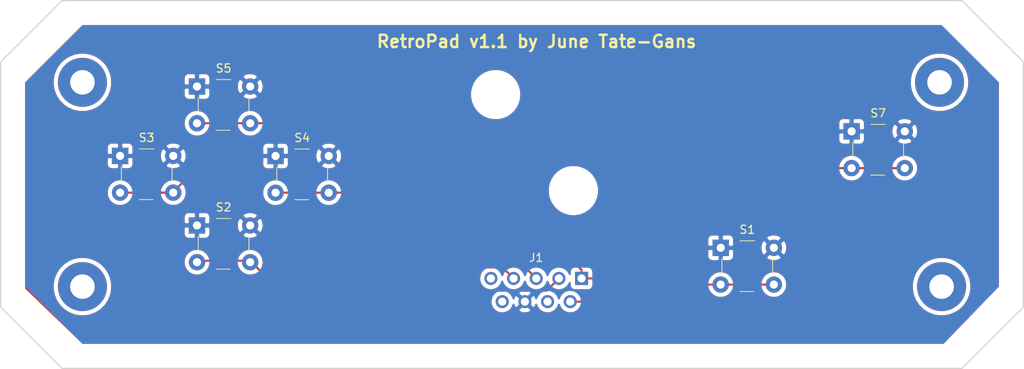
<source format=kicad_pcb>
(kicad_pcb (version 20171130) (host pcbnew "(5.1.0-0)")

  (general
    (thickness 1.6)
    (drawings 17)
    (tracks 40)
    (zones 0)
    (modules 13)
    (nets 10)
  )

  (page A4)
  (layers
    (0 F.Cu signal)
    (31 B.Cu signal)
    (32 B.Adhes user)
    (33 F.Adhes user)
    (34 B.Paste user)
    (35 F.Paste user)
    (36 B.SilkS user)
    (37 F.SilkS user)
    (38 B.Mask user)
    (39 F.Mask user)
    (40 Dwgs.User user)
    (41 Cmts.User user)
    (42 Eco1.User user)
    (43 Eco2.User user)
    (44 Edge.Cuts user)
    (45 Margin user)
    (46 B.CrtYd user)
    (47 F.CrtYd user)
    (48 B.Fab user)
    (49 F.Fab user)
  )

  (setup
    (last_trace_width 0.25)
    (trace_clearance 0.2)
    (zone_clearance 0.508)
    (zone_45_only no)
    (trace_min 0.2)
    (via_size 0.8)
    (via_drill 0.4)
    (via_min_size 0.4)
    (via_min_drill 0.3)
    (uvia_size 0.3)
    (uvia_drill 0.1)
    (uvias_allowed no)
    (uvia_min_size 0.2)
    (uvia_min_drill 0.1)
    (edge_width 0.15)
    (segment_width 0.2)
    (pcb_text_width 0.3)
    (pcb_text_size 1.5 1.5)
    (mod_edge_width 0.15)
    (mod_text_size 1 1)
    (mod_text_width 0.15)
    (pad_size 1.524 1.524)
    (pad_drill 0.762)
    (pad_to_mask_clearance 0.051)
    (solder_mask_min_width 0.25)
    (aux_axis_origin 0 0)
    (visible_elements FFFFFF7F)
    (pcbplotparams
      (layerselection 0x010fc_ffffffff)
      (usegerberextensions false)
      (usegerberattributes false)
      (usegerberadvancedattributes false)
      (creategerberjobfile false)
      (excludeedgelayer true)
      (linewidth 0.100000)
      (plotframeref false)
      (viasonmask false)
      (mode 1)
      (useauxorigin false)
      (hpglpennumber 1)
      (hpglpenspeed 20)
      (hpglpendiameter 15.000000)
      (psnegative false)
      (psa4output false)
      (plotreference true)
      (plotvalue true)
      (plotinvisibletext false)
      (padsonsilk false)
      (subtractmaskfromsilk false)
      (outputformat 1)
      (mirror false)
      (drillshape 1)
      (scaleselection 1)
      (outputdirectory ""))
  )

  (net 0 "")
  (net 1 /GND)
  (net 2 /FIRE)
  (net 3 /DOWN)
  (net 4 /LEFT)
  (net 5 /RIGHT)
  (net 6 /UP)
  (net 7 /POTY)
  (net 8 /5V)
  (net 9 /POTX)

  (net_class Default "This is the default net class."
    (clearance 0.2)
    (trace_width 0.25)
    (via_dia 0.8)
    (via_drill 0.4)
    (uvia_dia 0.3)
    (uvia_drill 0.1)
    (add_net /5V)
    (add_net /DOWN)
    (add_net /FIRE)
    (add_net /GND)
    (add_net /LEFT)
    (add_net /POTX)
    (add_net /POTY)
    (add_net /RIGHT)
    (add_net /UP)
  )

  (module Connector_Dsub:DSUB-9-Pads (layer F.Cu) (tedit 5C90902E) (tstamp 5C9D17A0)
    (at 111 74)
    (descr "9-pin D-Sub connector, straight/vertical, THT-mount, female, pitch 2.77x2.84mm, distance of mounting holes 25mm, see https://disti-assets.s3.amazonaws.com/tonar/files/datasheets/16730.pdf")
    (tags "9-pin D-Sub connector straight vertical THT female pitch 2.77x2.84mm mounting holes distance 25mm")
    (path /5C905E81)
    (fp_text reference J1 (at -5.54 -2.54) (layer F.SilkS)
      (effects (font (size 1 1) (thickness 0.15)))
    )
    (fp_text value DB9_Female (at -5.54 8.73) (layer F.Fab)
      (effects (font (size 1 1) (thickness 0.15)))
    )
    (fp_text user %R (at -5.54 1.42) (layer F.Fab)
      (effects (font (size 1 1) (thickness 0.15)))
    )
    (pad 1 thru_hole rect (at 0 0) (size 1.6 1.6) (drill 1) (layers *.Cu *.Mask)
      (net 6 /UP))
    (pad 2 thru_hole circle (at -2.77 0) (size 1.6 1.6) (drill 1) (layers *.Cu *.Mask)
      (net 3 /DOWN))
    (pad 3 thru_hole circle (at -5.54 0) (size 1.6 1.6) (drill 1) (layers *.Cu *.Mask)
      (net 4 /LEFT))
    (pad 4 thru_hole circle (at -8.31 0) (size 1.6 1.6) (drill 1) (layers *.Cu *.Mask)
      (net 5 /RIGHT))
    (pad 5 thru_hole circle (at -11.08 0) (size 1.6 1.6) (drill 1) (layers *.Cu *.Mask)
      (net 7 /POTY))
    (pad 6 thru_hole circle (at -1.385 2.84) (size 1.6 1.6) (drill 1) (layers *.Cu *.Mask)
      (net 2 /FIRE))
    (pad 7 thru_hole circle (at -4.155 2.84) (size 1.6 1.6) (drill 1) (layers *.Cu *.Mask)
      (net 8 /5V))
    (pad 8 thru_hole circle (at -6.925 2.84) (size 1.6 1.6) (drill 1) (layers *.Cu *.Mask)
      (net 1 /GND))
    (pad 9 thru_hole circle (at -9.695 2.84) (size 1.6 1.6) (drill 1) (layers *.Cu *.Mask)
      (net 9 /POTX))
    (model ${KISYS3DMOD}/Connector_Dsub.3dshapes/DSUB-9_Female_Vertical_P2.77x2.84mm.wrl
      (at (xyz 0 0 0))
      (scale (xyz 1 1 1))
      (rotate (xyz 0 0 0))
    )
  )

  (module MountingHole:MountingHole_3mm_Pad (layer F.Cu) (tedit 5C908FC8) (tstamp 5CA8E0D3)
    (at 50 50)
    (descr "Mounting Hole 3mm")
    (tags "mounting hole 3mm")
    (attr virtual)
    (fp_text reference "" (at 0 -4) (layer F.SilkS)
      (effects (font (size 1 1) (thickness 0.15)))
    )
    (fp_text value "" (at 0 4) (layer F.Fab)
      (effects (font (size 1 1) (thickness 0.15)))
    )
    (fp_circle (center 0 0) (end 3.25 0) (layer F.CrtYd) (width 0.05))
    (fp_circle (center 0 0) (end 3 0) (layer Cmts.User) (width 0.15))
    (fp_text user %R (at 0.3 0) (layer F.Fab)
      (effects (font (size 1 1) (thickness 0.15)))
    )
    (pad 1 thru_hole circle (at 0 0) (size 6 6) (drill 3) (layers *.Cu *.Mask))
  )

  (module MountingHole:MountingHole_3mm_Pad (layer F.Cu) (tedit 5C908FCB) (tstamp 5CA8E0E2)
    (at 50 75)
    (descr "Mounting Hole 3mm")
    (tags "mounting hole 3mm")
    (attr virtual)
    (fp_text reference "" (at 0 -4) (layer F.SilkS)
      (effects (font (size 1 1) (thickness 0.15)))
    )
    (fp_text value "" (at 0 4) (layer F.Fab)
      (effects (font (size 1 1) (thickness 0.15)))
    )
    (fp_circle (center 0 0) (end 3.25 0) (layer F.CrtYd) (width 0.05))
    (fp_circle (center 0 0) (end 3 0) (layer Cmts.User) (width 0.15))
    (fp_text user %R (at 0.3 0) (layer F.Fab)
      (effects (font (size 1 1) (thickness 0.15)))
    )
    (pad 1 thru_hole circle (at 0 0) (size 6 6) (drill 3) (layers *.Cu *.Mask))
  )

  (module MountingHole:MountingHole_3mm_Pad (layer F.Cu) (tedit 5C908FC0) (tstamp 5CA8E0F1)
    (at 154.75 50)
    (descr "Mounting Hole 3mm")
    (tags "mounting hole 3mm")
    (attr virtual)
    (fp_text reference "" (at 0 -4) (layer F.SilkS)
      (effects (font (size 1 1) (thickness 0.15)))
    )
    (fp_text value "" (at 0 4) (layer F.Fab)
      (effects (font (size 1 1) (thickness 0.15)))
    )
    (fp_circle (center 0 0) (end 3.25 0) (layer F.CrtYd) (width 0.05))
    (fp_circle (center 0 0) (end 3 0) (layer Cmts.User) (width 0.15))
    (fp_text user %R (at 0.3 0) (layer F.Fab)
      (effects (font (size 1 1) (thickness 0.15)))
    )
    (pad 1 thru_hole circle (at 0 0) (size 6 6) (drill 3) (layers *.Cu *.Mask))
  )

  (module MountingHole:MountingHole_3mm_Pad (layer F.Cu) (tedit 5C908FC3) (tstamp 5CA8E100)
    (at 155 75)
    (descr "Mounting Hole 3mm")
    (tags "mounting hole 3mm")
    (attr virtual)
    (fp_text reference "" (at 0 -4) (layer F.SilkS)
      (effects (font (size 1 1) (thickness 0.15)))
    )
    (fp_text value "" (at 0 4) (layer F.Fab)
      (effects (font (size 1 1) (thickness 0.15)))
    )
    (fp_circle (center 0 0) (end 3.25 0) (layer F.CrtYd) (width 0.05))
    (fp_circle (center 0 0) (end 3 0) (layer Cmts.User) (width 0.15))
    (fp_text user %R (at 0.3 0) (layer F.Fab)
      (effects (font (size 1 1) (thickness 0.15)))
    )
    (pad 1 thru_hole circle (at 0 0) (size 6 6) (drill 3) (layers *.Cu *.Mask))
  )

  (module MountingHole:MountingHole_5mm (layer F.Cu) (tedit 5C908FD3) (tstamp 5CA8E1E3)
    (at 100.5 51.5)
    (descr "Mounting Hole 5mm, no annular")
    (tags "mounting hole 5mm no annular")
    (attr virtual)
    (fp_text reference "" (at 0 -6) (layer F.SilkS)
      (effects (font (size 1 1) (thickness 0.15)))
    )
    (fp_text value "" (at 0 6) (layer F.Fab)
      (effects (font (size 1 1) (thickness 0.15)))
    )
    (fp_circle (center 0 0) (end 5.25 0) (layer F.CrtYd) (width 0.05))
    (fp_circle (center 0 0) (end 5 0) (layer Cmts.User) (width 0.15))
    (fp_text user %R (at 0.3 0) (layer F.Fab)
      (effects (font (size 1 1) (thickness 0.15)))
    )
    (pad 1 np_thru_hole circle (at 0 0) (size 5 5) (drill 5) (layers *.Cu *.Mask))
  )

  (module MountingHole:MountingHole_5mm (layer F.Cu) (tedit 5C908FD6) (tstamp 5CA8E200)
    (at 110 63.25)
    (descr "Mounting Hole 5mm, no annular")
    (tags "mounting hole 5mm no annular")
    (attr virtual)
    (fp_text reference "" (at 0 -6) (layer F.SilkS)
      (effects (font (size 1 1) (thickness 0.15)))
    )
    (fp_text value "" (at 0 6) (layer F.Fab)
      (effects (font (size 1 1) (thickness 0.15)))
    )
    (fp_circle (center 0 0) (end 5.25 0) (layer F.CrtYd) (width 0.05))
    (fp_circle (center 0 0) (end 5 0) (layer Cmts.User) (width 0.15))
    (fp_text user %R (at 0.3 0) (layer F.Fab)
      (effects (font (size 1 1) (thickness 0.15)))
    )
    (pad 1 np_thru_hole circle (at 0 0) (size 5 5) (drill 5) (layers *.Cu *.Mask))
  )

  (module digikey-footprints:Switch_Tactile_THT_B3F-1xxx (layer F.Cu) (tedit 5AF34B0A) (tstamp 5C9D149E)
    (at 143.9988 55.9894)
    (descr http://www.omron.com/ecb/products/pdf/en-b3f.pdf)
    (path /5C90A140)
    (fp_text reference S7 (at 3.2512 -2.2094) (layer F.SilkS)
      (effects (font (size 1 1) (thickness 0.15)))
    )
    (fp_text value JUMP (at 3.2512 7.1006) (layer F.Fab)
      (effects (font (size 1 1) (thickness 0.15)))
    )
    (fp_line (start 7.7512 -1.2394) (end 7.7512 5.7606) (layer F.CrtYd) (width 0.05))
    (fp_line (start -1.2488 5.7606) (end -1.2488 -1.2394) (layer F.CrtYd) (width 0.05))
    (fp_line (start -1.2488 5.7606) (end 7.7512 5.7606) (layer F.CrtYd) (width 0.05))
    (fp_line (start -1.2488 -1.2394) (end 7.7512 -1.2394) (layer F.CrtYd) (width 0.05))
    (fp_line (start 2.3512 -0.8394) (end 4.1512 -0.8394) (layer F.SilkS) (width 0.1))
    (fp_line (start 0.1512 2.2606) (end 0.1512 3.1606) (layer F.SilkS) (width 0.1))
    (fp_line (start 0.1512 2.2606) (end 0.1512 1.3606) (layer F.SilkS) (width 0.1))
    (fp_line (start 6.3512 2.2606) (end 6.3512 3.1606) (layer F.SilkS) (width 0.1))
    (fp_line (start 6.3512 2.2606) (end 6.3512 1.3606) (layer F.SilkS) (width 0.1))
    (fp_line (start 2.3512 5.3606) (end 4.0512 5.3606) (layer F.SilkS) (width 0.1))
    (fp_text user %R (at 3.2512 2.2606) (layer F.Fab)
      (effects (font (size 1 1) (thickness 0.15)))
    )
    (fp_line (start 6.2512 5.2606) (end 6.2512 -0.7394) (layer F.Fab) (width 0.1))
    (fp_line (start 0.2512 -0.7394) (end 0.2512 5.2606) (layer F.Fab) (width 0.1))
    (fp_line (start 0.2512 5.2606) (end 6.2512 5.2606) (layer F.Fab) (width 0.1))
    (fp_line (start 0.2512 -0.7394) (end 6.2512 -0.7394) (layer F.Fab) (width 0.1))
    (pad 1 thru_hole rect (at 0.0012 0.0106) (size 2 2) (drill 1) (layers *.Cu *.Mask)
      (net 1 /GND))
    (pad 2 thru_hole circle (at 6.5012 0.0106) (size 2 2) (drill 1) (layers *.Cu *.Mask)
      (net 1 /GND))
    (pad 3 thru_hole circle (at 0.0012 4.5106) (size 2 2) (drill 1) (layers *.Cu *.Mask)
      (net 6 /UP))
    (pad 4 thru_hole circle (at 6.5012 4.5106) (size 2 2) (drill 1) (layers *.Cu *.Mask)
      (net 6 /UP))
    (model "${KIPRJMOD}/Omron B3F-1000.step"
      (offset (xyz 3.25 -2.25 0))
      (scale (xyz 1 1 1))
      (rotate (xyz 0 0 0))
    )
  )

  (module digikey-footprints:Switch_Tactile_THT_B3F-1xxx (layer F.Cu) (tedit 5AF34B0A) (tstamp 5C9D1487)
    (at 64 50.5)
    (descr http://www.omron.com/ecb/products/pdf/en-b3f.pdf)
    (path /5C909C22)
    (fp_text reference S5 (at 3.2512 -2.2094) (layer F.SilkS)
      (effects (font (size 1 1) (thickness 0.15)))
    )
    (fp_text value UP (at 3.2512 7.1006) (layer F.Fab)
      (effects (font (size 1 1) (thickness 0.15)))
    )
    (fp_line (start 0.2512 -0.7394) (end 6.2512 -0.7394) (layer F.Fab) (width 0.1))
    (fp_line (start 0.2512 5.2606) (end 6.2512 5.2606) (layer F.Fab) (width 0.1))
    (fp_line (start 0.2512 -0.7394) (end 0.2512 5.2606) (layer F.Fab) (width 0.1))
    (fp_line (start 6.2512 5.2606) (end 6.2512 -0.7394) (layer F.Fab) (width 0.1))
    (fp_text user %R (at 3.2512 2.2606) (layer F.Fab)
      (effects (font (size 1 1) (thickness 0.15)))
    )
    (fp_line (start 2.3512 5.3606) (end 4.0512 5.3606) (layer F.SilkS) (width 0.1))
    (fp_line (start 6.3512 2.2606) (end 6.3512 1.3606) (layer F.SilkS) (width 0.1))
    (fp_line (start 6.3512 2.2606) (end 6.3512 3.1606) (layer F.SilkS) (width 0.1))
    (fp_line (start 0.1512 2.2606) (end 0.1512 1.3606) (layer F.SilkS) (width 0.1))
    (fp_line (start 0.1512 2.2606) (end 0.1512 3.1606) (layer F.SilkS) (width 0.1))
    (fp_line (start 2.3512 -0.8394) (end 4.1512 -0.8394) (layer F.SilkS) (width 0.1))
    (fp_line (start -1.2488 -1.2394) (end 7.7512 -1.2394) (layer F.CrtYd) (width 0.05))
    (fp_line (start -1.2488 5.7606) (end 7.7512 5.7606) (layer F.CrtYd) (width 0.05))
    (fp_line (start -1.2488 5.7606) (end -1.2488 -1.2394) (layer F.CrtYd) (width 0.05))
    (fp_line (start 7.7512 -1.2394) (end 7.7512 5.7606) (layer F.CrtYd) (width 0.05))
    (pad 4 thru_hole circle (at 6.5012 4.5106) (size 2 2) (drill 1) (layers *.Cu *.Mask)
      (net 6 /UP))
    (pad 3 thru_hole circle (at 0.0012 4.5106) (size 2 2) (drill 1) (layers *.Cu *.Mask)
      (net 6 /UP))
    (pad 2 thru_hole circle (at 6.5012 0.0106) (size 2 2) (drill 1) (layers *.Cu *.Mask)
      (net 1 /GND))
    (pad 1 thru_hole rect (at 0.0012 0.0106) (size 2 2) (drill 1) (layers *.Cu *.Mask)
      (net 1 /GND))
    (model "${KIPRJMOD}/Omron B3F-1000.step"
      (offset (xyz 3.25 -2.25 0))
      (scale (xyz 1 1 1))
      (rotate (xyz 0 0 0))
    )
  )

  (module digikey-footprints:Switch_Tactile_THT_B3F-1xxx (layer F.Cu) (tedit 5AF34B0A) (tstamp 5C9D1470)
    (at 73.6 59)
    (descr http://www.omron.com/ecb/products/pdf/en-b3f.pdf)
    (path /5C909FB5)
    (fp_text reference S4 (at 3.2512 -2.2094) (layer F.SilkS)
      (effects (font (size 1 1) (thickness 0.15)))
    )
    (fp_text value RIGHT (at 3.2512 7.1006) (layer F.Fab)
      (effects (font (size 1 1) (thickness 0.15)))
    )
    (fp_line (start 0.2512 -0.7394) (end 6.2512 -0.7394) (layer F.Fab) (width 0.1))
    (fp_line (start 0.2512 5.2606) (end 6.2512 5.2606) (layer F.Fab) (width 0.1))
    (fp_line (start 0.2512 -0.7394) (end 0.2512 5.2606) (layer F.Fab) (width 0.1))
    (fp_line (start 6.2512 5.2606) (end 6.2512 -0.7394) (layer F.Fab) (width 0.1))
    (fp_text user %R (at 3.2512 2.2606) (layer F.Fab)
      (effects (font (size 1 1) (thickness 0.15)))
    )
    (fp_line (start 2.3512 5.3606) (end 4.0512 5.3606) (layer F.SilkS) (width 0.1))
    (fp_line (start 6.3512 2.2606) (end 6.3512 1.3606) (layer F.SilkS) (width 0.1))
    (fp_line (start 6.3512 2.2606) (end 6.3512 3.1606) (layer F.SilkS) (width 0.1))
    (fp_line (start 0.1512 2.2606) (end 0.1512 1.3606) (layer F.SilkS) (width 0.1))
    (fp_line (start 0.1512 2.2606) (end 0.1512 3.1606) (layer F.SilkS) (width 0.1))
    (fp_line (start 2.3512 -0.8394) (end 4.1512 -0.8394) (layer F.SilkS) (width 0.1))
    (fp_line (start -1.2488 -1.2394) (end 7.7512 -1.2394) (layer F.CrtYd) (width 0.05))
    (fp_line (start -1.2488 5.7606) (end 7.7512 5.7606) (layer F.CrtYd) (width 0.05))
    (fp_line (start -1.2488 5.7606) (end -1.2488 -1.2394) (layer F.CrtYd) (width 0.05))
    (fp_line (start 7.7512 -1.2394) (end 7.7512 5.7606) (layer F.CrtYd) (width 0.05))
    (pad 4 thru_hole circle (at 6.5012 4.5106) (size 2 2) (drill 1) (layers *.Cu *.Mask)
      (net 5 /RIGHT))
    (pad 3 thru_hole circle (at 0.0012 4.5106) (size 2 2) (drill 1) (layers *.Cu *.Mask)
      (net 5 /RIGHT))
    (pad 2 thru_hole circle (at 6.5012 0.0106) (size 2 2) (drill 1) (layers *.Cu *.Mask)
      (net 1 /GND))
    (pad 1 thru_hole rect (at 0.0012 0.0106) (size 2 2) (drill 1) (layers *.Cu *.Mask)
      (net 1 /GND))
    (model "${KIPRJMOD}/Omron B3F-1000.step"
      (offset (xyz 3.25 -2.25 0))
      (scale (xyz 1 1 1))
      (rotate (xyz 0 0 0))
    )
  )

  (module digikey-footprints:Switch_Tactile_THT_B3F-1xxx (layer F.Cu) (tedit 5AF34B0A) (tstamp 5C9D1459)
    (at 54.6 58.9894)
    (descr http://www.omron.com/ecb/products/pdf/en-b3f.pdf)
    (path /5C909EFC)
    (fp_text reference S3 (at 3.2512 -2.2094) (layer F.SilkS)
      (effects (font (size 1 1) (thickness 0.15)))
    )
    (fp_text value LEFT (at 3.2512 7.1006) (layer F.Fab)
      (effects (font (size 1 1) (thickness 0.15)))
    )
    (fp_line (start 7.7512 -1.2394) (end 7.7512 5.7606) (layer F.CrtYd) (width 0.05))
    (fp_line (start -1.2488 5.7606) (end -1.2488 -1.2394) (layer F.CrtYd) (width 0.05))
    (fp_line (start -1.2488 5.7606) (end 7.7512 5.7606) (layer F.CrtYd) (width 0.05))
    (fp_line (start -1.2488 -1.2394) (end 7.7512 -1.2394) (layer F.CrtYd) (width 0.05))
    (fp_line (start 2.3512 -0.8394) (end 4.1512 -0.8394) (layer F.SilkS) (width 0.1))
    (fp_line (start 0.1512 2.2606) (end 0.1512 3.1606) (layer F.SilkS) (width 0.1))
    (fp_line (start 0.1512 2.2606) (end 0.1512 1.3606) (layer F.SilkS) (width 0.1))
    (fp_line (start 6.3512 2.2606) (end 6.3512 3.1606) (layer F.SilkS) (width 0.1))
    (fp_line (start 6.3512 2.2606) (end 6.3512 1.3606) (layer F.SilkS) (width 0.1))
    (fp_line (start 2.3512 5.3606) (end 4.0512 5.3606) (layer F.SilkS) (width 0.1))
    (fp_text user %R (at 3.2512 2.2606) (layer F.Fab)
      (effects (font (size 1 1) (thickness 0.15)))
    )
    (fp_line (start 6.2512 5.2606) (end 6.2512 -0.7394) (layer F.Fab) (width 0.1))
    (fp_line (start 0.2512 -0.7394) (end 0.2512 5.2606) (layer F.Fab) (width 0.1))
    (fp_line (start 0.2512 5.2606) (end 6.2512 5.2606) (layer F.Fab) (width 0.1))
    (fp_line (start 0.2512 -0.7394) (end 6.2512 -0.7394) (layer F.Fab) (width 0.1))
    (pad 1 thru_hole rect (at 0.0012 0.0106) (size 2 2) (drill 1) (layers *.Cu *.Mask)
      (net 1 /GND))
    (pad 2 thru_hole circle (at 6.5012 0.0106) (size 2 2) (drill 1) (layers *.Cu *.Mask)
      (net 1 /GND))
    (pad 3 thru_hole circle (at 0.0012 4.5106) (size 2 2) (drill 1) (layers *.Cu *.Mask)
      (net 4 /LEFT))
    (pad 4 thru_hole circle (at 6.5012 4.5106) (size 2 2) (drill 1) (layers *.Cu *.Mask)
      (net 4 /LEFT))
    (model "${KIPRJMOD}/Omron B3F-1000.step"
      (offset (xyz 3.25 -2.25 0))
      (scale (xyz 1 1 1))
      (rotate (xyz 0 0 0))
    )
  )

  (module digikey-footprints:Switch_Tactile_THT_B3F-1xxx (layer F.Cu) (tedit 5AF34B0A) (tstamp 5C9D1442)
    (at 63.9988 67.5)
    (descr http://www.omron.com/ecb/products/pdf/en-b3f.pdf)
    (path /5C909EAC)
    (fp_text reference S2 (at 3.2512 -2.2094) (layer F.SilkS)
      (effects (font (size 1 1) (thickness 0.15)))
    )
    (fp_text value DOWN (at 3.2512 7.1006) (layer F.Fab)
      (effects (font (size 1 1) (thickness 0.15)))
    )
    (fp_line (start 0.2512 -0.7394) (end 6.2512 -0.7394) (layer F.Fab) (width 0.1))
    (fp_line (start 0.2512 5.2606) (end 6.2512 5.2606) (layer F.Fab) (width 0.1))
    (fp_line (start 0.2512 -0.7394) (end 0.2512 5.2606) (layer F.Fab) (width 0.1))
    (fp_line (start 6.2512 5.2606) (end 6.2512 -0.7394) (layer F.Fab) (width 0.1))
    (fp_text user %R (at 3.2512 2.2606) (layer F.Fab)
      (effects (font (size 1 1) (thickness 0.15)))
    )
    (fp_line (start 2.3512 5.3606) (end 4.0512 5.3606) (layer F.SilkS) (width 0.1))
    (fp_line (start 6.3512 2.2606) (end 6.3512 1.3606) (layer F.SilkS) (width 0.1))
    (fp_line (start 6.3512 2.2606) (end 6.3512 3.1606) (layer F.SilkS) (width 0.1))
    (fp_line (start 0.1512 2.2606) (end 0.1512 1.3606) (layer F.SilkS) (width 0.1))
    (fp_line (start 0.1512 2.2606) (end 0.1512 3.1606) (layer F.SilkS) (width 0.1))
    (fp_line (start 2.3512 -0.8394) (end 4.1512 -0.8394) (layer F.SilkS) (width 0.1))
    (fp_line (start -1.2488 -1.2394) (end 7.7512 -1.2394) (layer F.CrtYd) (width 0.05))
    (fp_line (start -1.2488 5.7606) (end 7.7512 5.7606) (layer F.CrtYd) (width 0.05))
    (fp_line (start -1.2488 5.7606) (end -1.2488 -1.2394) (layer F.CrtYd) (width 0.05))
    (fp_line (start 7.7512 -1.2394) (end 7.7512 5.7606) (layer F.CrtYd) (width 0.05))
    (pad 4 thru_hole circle (at 6.5012 4.5106) (size 2 2) (drill 1) (layers *.Cu *.Mask)
      (net 3 /DOWN))
    (pad 3 thru_hole circle (at 0.0012 4.5106) (size 2 2) (drill 1) (layers *.Cu *.Mask)
      (net 3 /DOWN))
    (pad 2 thru_hole circle (at 6.5012 0.0106) (size 2 2) (drill 1) (layers *.Cu *.Mask)
      (net 1 /GND))
    (pad 1 thru_hole rect (at 0.0012 0.0106) (size 2 2) (drill 1) (layers *.Cu *.Mask)
      (net 1 /GND))
    (model "${KIPRJMOD}/Omron B3F-1000.step"
      (offset (xyz 3.25 -2.25 0))
      (scale (xyz 1 1 1))
      (rotate (xyz 0 0 0))
    )
  )

  (module digikey-footprints:Switch_Tactile_THT_B3F-1xxx (layer F.Cu) (tedit 5AF34B0A) (tstamp 5CB1D4A8)
    (at 127.9988 70.2394)
    (descr http://www.omron.com/ecb/products/pdf/en-b3f.pdf)
    (path /5C90A063)
    (fp_text reference S1 (at 3.2512 -2.2094) (layer F.SilkS)
      (effects (font (size 1 1) (thickness 0.15)))
    )
    (fp_text value FIRE (at 3.2512 7.1006) (layer F.Fab)
      (effects (font (size 1 1) (thickness 0.15)))
    )
    (fp_line (start 7.7512 -1.2394) (end 7.7512 5.7606) (layer F.CrtYd) (width 0.05))
    (fp_line (start -1.2488 5.7606) (end -1.2488 -1.2394) (layer F.CrtYd) (width 0.05))
    (fp_line (start -1.2488 5.7606) (end 7.7512 5.7606) (layer F.CrtYd) (width 0.05))
    (fp_line (start -1.2488 -1.2394) (end 7.7512 -1.2394) (layer F.CrtYd) (width 0.05))
    (fp_line (start 2.3512 -0.8394) (end 4.1512 -0.8394) (layer F.SilkS) (width 0.1))
    (fp_line (start 0.1512 2.2606) (end 0.1512 3.1606) (layer F.SilkS) (width 0.1))
    (fp_line (start 0.1512 2.2606) (end 0.1512 1.3606) (layer F.SilkS) (width 0.1))
    (fp_line (start 6.3512 2.2606) (end 6.3512 3.1606) (layer F.SilkS) (width 0.1))
    (fp_line (start 6.3512 2.2606) (end 6.3512 1.3606) (layer F.SilkS) (width 0.1))
    (fp_line (start 2.3512 5.3606) (end 4.0512 5.3606) (layer F.SilkS) (width 0.1))
    (fp_text user %R (at 3.2512 2.2606) (layer F.Fab)
      (effects (font (size 1 1) (thickness 0.15)))
    )
    (fp_line (start 6.2512 5.2606) (end 6.2512 -0.7394) (layer F.Fab) (width 0.1))
    (fp_line (start 0.2512 -0.7394) (end 0.2512 5.2606) (layer F.Fab) (width 0.1))
    (fp_line (start 0.2512 5.2606) (end 6.2512 5.2606) (layer F.Fab) (width 0.1))
    (fp_line (start 0.2512 -0.7394) (end 6.2512 -0.7394) (layer F.Fab) (width 0.1))
    (pad 1 thru_hole rect (at 0.0012 0.0106) (size 2 2) (drill 1) (layers *.Cu *.Mask)
      (net 1 /GND))
    (pad 2 thru_hole circle (at 6.5012 0.0106) (size 2 2) (drill 1) (layers *.Cu *.Mask)
      (net 1 /GND))
    (pad 3 thru_hole circle (at 0.0012 4.5106) (size 2 2) (drill 1) (layers *.Cu *.Mask)
      (net 2 /FIRE))
    (pad 4 thru_hole circle (at 6.5012 4.5106) (size 2 2) (drill 1) (layers *.Cu *.Mask)
      (net 2 /FIRE))
    (model "${KIPRJMOD}/Omron B3F-1000.step"
      (offset (xyz 3.25 -2.25 0))
      (scale (xyz 1 1 1))
      (rotate (xyz 0 0 0))
    )
  )

  (gr_text "RetroPad v1.1 by June Tate-Gans" (at 105.5 45) (layer F.SilkS)
    (effects (font (size 1.5 1.5) (thickness 0.3)))
  )
  (gr_line (start 43 75) (end 50 82) (layer Margin) (width 0.2))
  (gr_line (start 50 43) (end 43 50) (layer Margin) (width 0.2))
  (gr_line (start 155 43) (end 162 50) (layer Margin) (width 0.2))
  (gr_line (start 155 82) (end 162 75) (layer Margin) (width 0.2))
  (gr_line (start 40 47.5) (end 47.5 40) (layer Edge.Cuts) (width 0.15))
  (gr_line (start 47.5 85) (end 40 77.5) (layer Edge.Cuts) (width 0.15))
  (gr_line (start 165 77.5) (end 157.5 85) (layer Edge.Cuts) (width 0.15))
  (gr_line (start 157.5 40) (end 165 47.5) (layer Edge.Cuts) (width 0.15))
  (gr_line (start 43 75) (end 43 50) (layer Margin) (width 0.2))
  (gr_line (start 155 82) (end 50 82) (layer Margin) (width 0.2))
  (gr_line (start 162 50) (end 162 75) (layer Margin) (width 0.2))
  (gr_line (start 50 43) (end 155 43) (layer Margin) (width 0.2))
  (gr_line (start 40 77.5) (end 40 47.5) (layer Edge.Cuts) (width 0.15))
  (gr_line (start 157.5 85) (end 47.5 85) (layer Edge.Cuts) (width 0.15))
  (gr_line (start 165 47.5) (end 165 77.5) (layer Edge.Cuts) (width 0.15))
  (gr_line (start 47.5 40) (end 157.5 40) (layer Edge.Cuts) (width 0.15))

  (segment (start 113 74.75) (end 110.91 76.84) (width 0.25) (layer F.Cu) (net 2))
  (segment (start 134.5 74.75) (end 113 74.75) (width 0.25) (layer F.Cu) (net 2))
  (segment (start 110.91 76.84) (end 109.615 76.84) (width 0.25) (layer F.Cu) (net 2))
  (segment (start 64 71.835001) (end 70.5 71.835001) (width 0.25) (layer F.Cu) (net 3))
  (segment (start 74.164999 75.5) (end 71.499999 72.835) (width 0.25) (layer F.Cu) (net 3))
  (segment (start 71.499999 72.835) (end 70.5 71.835001) (width 0.25) (layer F.Cu) (net 3))
  (segment (start 108.23 74) (end 106.73 75.5) (width 0.25) (layer F.Cu) (net 3))
  (segment (start 106.73 75.5) (end 74.164999 75.5) (width 0.25) (layer F.Cu) (net 3))
  (segment (start 54 63.5) (end 60.5 63.5) (width 0.25) (layer F.Cu) (net 4))
  (segment (start 104.660001 73.200001) (end 105.46 74) (width 0.25) (layer F.Cu) (net 4))
  (segment (start 91.700011 72.200011) (end 103.660011 72.200011) (width 0.25) (layer F.Cu) (net 4))
  (segment (start 103.660011 72.200011) (end 104.660001 73.200001) (width 0.25) (layer F.Cu) (net 4))
  (segment (start 84.25 64.75) (end 91.700011 72.200011) (width 0.25) (layer F.Cu) (net 4))
  (segment (start 61 63.5) (end 62.75 61.75) (width 0.25) (layer F.Cu) (net 4))
  (segment (start 84.25 62.75) (end 84.25 64.75) (width 0.25) (layer F.Cu) (net 4))
  (segment (start 62.75 61.75) (end 83.25 61.75) (width 0.25) (layer F.Cu) (net 4))
  (segment (start 83.25 61.75) (end 84.25 62.75) (width 0.25) (layer F.Cu) (net 4))
  (segment (start 58.5 63.5) (end 61 63.5) (width 0.25) (layer F.Cu) (net 4))
  (segment (start 101.340022 72.650022) (end 102.69 74) (width 0.25) (layer F.Cu) (net 5))
  (segment (start 91.513611 72.650022) (end 101.340022 72.650022) (width 0.25) (layer F.Cu) (net 5))
  (segment (start 73.6118 63.5) (end 82.5 63.5) (width 0.25) (layer F.Cu) (net 5))
  (segment (start 83.499999 64.499999) (end 83.499999 64.63641) (width 0.25) (layer F.Cu) (net 5))
  (segment (start 83.499999 64.63641) (end 91.513611 72.650022) (width 0.25) (layer F.Cu) (net 5))
  (segment (start 82.5 63.5) (end 83.499999 64.499999) (width 0.25) (layer F.Cu) (net 5))
  (segment (start 73.6012 63.5106) (end 73.6118 63.5) (width 0.25) (layer F.Cu) (net 5))
  (segment (start 64.0118 55) (end 70.4906 55) (width 0.25) (layer F.Cu) (net 6))
  (segment (start 70.4906 55) (end 70.5012 55.0106) (width 0.25) (layer F.Cu) (net 6))
  (segment (start 64.0012 55.0106) (end 64.0118 55) (width 0.25) (layer F.Cu) (net 6))
  (segment (start 150.5 60.5) (end 144 60.5) (width 0.25) (layer F.Cu) (net 6))
  (segment (start 111 72.95) (end 111 74) (width 0.25) (layer F.Cu) (net 6))
  (segment (start 109.8 71.75) (end 111 72.95) (width 0.25) (layer F.Cu) (net 6))
  (segment (start 92 71.75) (end 109.8 71.75) (width 0.25) (layer F.Cu) (net 6))
  (segment (start 84.75 64.5) (end 92 71.75) (width 0.25) (layer F.Cu) (net 6))
  (segment (start 82.25 55) (end 84.75 57.5) (width 0.25) (layer F.Cu) (net 6))
  (segment (start 84.75 57.5) (end 84.75 64.5) (width 0.25) (layer F.Cu) (net 6))
  (segment (start 70.5118 55) (end 82.25 55) (width 0.25) (layer F.Cu) (net 6))
  (segment (start 70.5012 55.0106) (end 70.5118 55) (width 0.25) (layer F.Cu) (net 6))
  (segment (start 119.25 74) (end 132.75 60.5) (width 0.25) (layer F.Cu) (net 6))
  (segment (start 132.75 60.5) (end 144 60.5) (width 0.25) (layer F.Cu) (net 6))
  (segment (start 111 74) (end 119.25 74) (width 0.25) (layer F.Cu) (net 6))

  (zone (net 1) (net_name /GND) (layer F.Cu) (tstamp 0) (hatch edge 0.508)
    (connect_pads (clearance 0.508))
    (min_thickness 0.254)
    (fill yes (arc_segments 16) (thermal_gap 0.508) (thermal_bridge_width 0.508))
    (polygon
      (pts
        (xy 43 50) (xy 50 43) (xy 155 43) (xy 162 50) (xy 162 75)
        (xy 155.25 82) (xy 50 82) (xy 43 75.25)
      )
    )
    (filled_polygon
      (pts
        (xy 161.873 50.052606) (xy 161.873 74.948743) (xy 155.196038 81.873) (xy 50.051257 81.873) (xy 43.127 75.196038)
        (xy 43.127 74.641984) (xy 46.365 74.641984) (xy 46.365 75.358016) (xy 46.504691 76.06029) (xy 46.778705 76.721818)
        (xy 47.176511 77.317177) (xy 47.682823 77.823489) (xy 48.278182 78.221295) (xy 48.93971 78.495309) (xy 49.641984 78.635)
        (xy 50.358016 78.635) (xy 51.06029 78.495309) (xy 51.721818 78.221295) (xy 52.317177 77.823489) (xy 52.823489 77.317177)
        (xy 53.221295 76.721818) (xy 53.495309 76.06029) (xy 53.635 75.358016) (xy 53.635 74.641984) (xy 53.495309 73.93971)
        (xy 53.221295 73.278182) (xy 52.823489 72.682823) (xy 52.317177 72.176511) (xy 51.721818 71.778705) (xy 51.06029 71.504691)
        (xy 50.358016 71.365) (xy 49.641984 71.365) (xy 48.93971 71.504691) (xy 48.278182 71.778705) (xy 47.682823 72.176511)
        (xy 47.176511 72.682823) (xy 46.778705 73.278182) (xy 46.504691 73.93971) (xy 46.365 74.641984) (xy 43.127 74.641984)
        (xy 43.127 68.5106) (xy 62.361928 68.5106) (xy 62.374188 68.635082) (xy 62.410498 68.75478) (xy 62.469463 68.865094)
        (xy 62.548815 68.961785) (xy 62.645506 69.041137) (xy 62.75582 69.100102) (xy 62.875518 69.136412) (xy 63 69.148672)
        (xy 63.71425 69.1456) (xy 63.873 68.98685) (xy 63.873 67.6376) (xy 64.127 67.6376) (xy 64.127 68.98685)
        (xy 64.28575 69.1456) (xy 65 69.148672) (xy 65.124482 69.136412) (xy 65.24418 69.100102) (xy 65.354494 69.041137)
        (xy 65.451185 68.961785) (xy 65.530537 68.865094) (xy 65.589502 68.75478) (xy 65.622496 68.646013) (xy 69.544192 68.646013)
        (xy 69.639956 68.910414) (xy 69.929571 69.051304) (xy 70.241108 69.132984) (xy 70.562595 69.152318) (xy 70.881675 69.108561)
        (xy 71.186088 69.003395) (xy 71.360044 68.910414) (xy 71.455808 68.646013) (xy 70.5 67.690205) (xy 69.544192 68.646013)
        (xy 65.622496 68.646013) (xy 65.625812 68.635082) (xy 65.638072 68.5106) (xy 65.635 67.79635) (xy 65.47625 67.6376)
        (xy 64.127 67.6376) (xy 63.873 67.6376) (xy 62.52375 67.6376) (xy 62.365 67.79635) (xy 62.361928 68.5106)
        (xy 43.127 68.5106) (xy 43.127 67.573195) (xy 68.858282 67.573195) (xy 68.902039 67.892275) (xy 69.007205 68.196688)
        (xy 69.100186 68.370644) (xy 69.364587 68.466408) (xy 70.320395 67.5106) (xy 70.679605 67.5106) (xy 71.635413 68.466408)
        (xy 71.899814 68.370644) (xy 72.040704 68.081029) (xy 72.122384 67.769492) (xy 72.141718 67.448005) (xy 72.097961 67.128925)
        (xy 71.992795 66.824512) (xy 71.899814 66.650556) (xy 71.635413 66.554792) (xy 70.679605 67.5106) (xy 70.320395 67.5106)
        (xy 69.364587 66.554792) (xy 69.100186 66.650556) (xy 68.959296 66.940171) (xy 68.877616 67.251708) (xy 68.858282 67.573195)
        (xy 43.127 67.573195) (xy 43.127 66.5106) (xy 62.361928 66.5106) (xy 62.365 67.22485) (xy 62.52375 67.3836)
        (xy 63.873 67.3836) (xy 63.873 66.03435) (xy 64.127 66.03435) (xy 64.127 67.3836) (xy 65.47625 67.3836)
        (xy 65.635 67.22485) (xy 65.638072 66.5106) (xy 65.625812 66.386118) (xy 65.622497 66.375187) (xy 69.544192 66.375187)
        (xy 70.5 67.330995) (xy 71.455808 66.375187) (xy 71.360044 66.110786) (xy 71.070429 65.969896) (xy 70.758892 65.888216)
        (xy 70.437405 65.868882) (xy 70.118325 65.912639) (xy 69.813912 66.017805) (xy 69.639956 66.110786) (xy 69.544192 66.375187)
        (xy 65.622497 66.375187) (xy 65.589502 66.26642) (xy 65.530537 66.156106) (xy 65.451185 66.059415) (xy 65.354494 65.980063)
        (xy 65.24418 65.921098) (xy 65.124482 65.884788) (xy 65 65.872528) (xy 64.28575 65.8756) (xy 64.127 66.03435)
        (xy 63.873 66.03435) (xy 63.71425 65.8756) (xy 63 65.872528) (xy 62.875518 65.884788) (xy 62.75582 65.921098)
        (xy 62.645506 65.980063) (xy 62.548815 66.059415) (xy 62.469463 66.156106) (xy 62.410498 66.26642) (xy 62.374188 66.386118)
        (xy 62.361928 66.5106) (xy 43.127 66.5106) (xy 43.127 63.338967) (xy 52.9662 63.338967) (xy 52.9662 63.661033)
        (xy 53.029032 63.976912) (xy 53.152282 64.274463) (xy 53.331213 64.542252) (xy 53.558948 64.769987) (xy 53.826737 64.948918)
        (xy 54.124288 65.072168) (xy 54.440167 65.135) (xy 54.762233 65.135) (xy 55.078112 65.072168) (xy 55.375663 64.948918)
        (xy 55.643452 64.769987) (xy 55.871187 64.542252) (xy 56.050118 64.274463) (xy 56.056109 64.26) (xy 59.646291 64.26)
        (xy 59.652282 64.274463) (xy 59.831213 64.542252) (xy 60.058948 64.769987) (xy 60.326737 64.948918) (xy 60.624288 65.072168)
        (xy 60.940167 65.135) (xy 61.262233 65.135) (xy 61.578112 65.072168) (xy 61.875663 64.948918) (xy 62.143452 64.769987)
        (xy 62.371187 64.542252) (xy 62.550118 64.274463) (xy 62.673368 63.976912) (xy 62.7362 63.661033) (xy 62.7362 63.338967)
        (xy 62.673368 63.023088) (xy 62.637736 62.937065) (xy 63.064802 62.51) (xy 72.303382 62.51) (xy 72.152282 62.736137)
        (xy 72.029032 63.033688) (xy 71.9662 63.349567) (xy 71.9662 63.671633) (xy 72.029032 63.987512) (xy 72.152282 64.285063)
        (xy 72.331213 64.552852) (xy 72.558948 64.780587) (xy 72.826737 64.959518) (xy 73.124288 65.082768) (xy 73.440167 65.1456)
        (xy 73.762233 65.1456) (xy 74.078112 65.082768) (xy 74.375663 64.959518) (xy 74.643452 64.780587) (xy 74.871187 64.552852)
        (xy 75.050118 64.285063) (xy 75.060499 64.26) (xy 78.641901 64.26) (xy 78.652282 64.285063) (xy 78.831213 64.552852)
        (xy 79.058948 64.780587) (xy 79.326737 64.959518) (xy 79.624288 65.082768) (xy 79.940167 65.1456) (xy 80.262233 65.1456)
        (xy 80.578112 65.082768) (xy 80.875663 64.959518) (xy 81.143452 64.780587) (xy 81.371187 64.552852) (xy 81.550118 64.285063)
        (xy 81.560499 64.26) (xy 82.185199 64.26) (xy 82.768588 64.84339) (xy 82.794453 64.928657) (xy 82.865025 65.060686)
        (xy 82.959998 65.176411) (xy 82.989001 65.200213) (xy 90.949811 73.161024) (xy 90.97361 73.190023) (xy 91.089335 73.284996)
        (xy 91.221364 73.355568) (xy 91.364625 73.399025) (xy 91.476278 73.410022) (xy 91.476286 73.410022) (xy 91.513611 73.413698)
        (xy 91.550936 73.410022) (xy 98.611145 73.410022) (xy 98.540147 73.581426) (xy 98.485 73.858665) (xy 98.485 74.141335)
        (xy 98.540147 74.418574) (xy 98.64832 74.679727) (xy 98.688593 74.74) (xy 74.479801 74.74) (xy 72.097908 72.358108)
        (xy 72.135 72.171633) (xy 72.135 71.849567) (xy 72.072168 71.533688) (xy 71.948918 71.236137) (xy 71.769987 70.968348)
        (xy 71.542252 70.740613) (xy 71.274463 70.561682) (xy 70.976912 70.438432) (xy 70.661033 70.3756) (xy 70.338967 70.3756)
        (xy 70.023088 70.438432) (xy 69.725537 70.561682) (xy 69.457748 70.740613) (xy 69.230013 70.968348) (xy 69.15875 71.075001)
        (xy 65.34125 71.075001) (xy 65.269987 70.968348) (xy 65.042252 70.740613) (xy 64.774463 70.561682) (xy 64.476912 70.438432)
        (xy 64.161033 70.3756) (xy 63.838967 70.3756) (xy 63.523088 70.438432) (xy 63.225537 70.561682) (xy 62.957748 70.740613)
        (xy 62.730013 70.968348) (xy 62.551082 71.236137) (xy 62.427832 71.533688) (xy 62.365 71.849567) (xy 62.365 72.171633)
        (xy 62.427832 72.487512) (xy 62.551082 72.785063) (xy 62.730013 73.052852) (xy 62.957748 73.280587) (xy 63.225537 73.459518)
        (xy 63.523088 73.582768) (xy 63.838967 73.6456) (xy 64.161033 73.6456) (xy 64.476912 73.582768) (xy 64.774463 73.459518)
        (xy 65.042252 73.280587) (xy 65.269987 73.052852) (xy 65.448918 72.785063) (xy 65.527644 72.595001) (xy 68.972356 72.595001)
        (xy 69.051082 72.785063) (xy 69.230013 73.052852) (xy 69.457748 73.280587) (xy 69.725537 73.459518) (xy 70.023088 73.582768)
        (xy 70.338967 73.6456) (xy 70.661033 73.6456) (xy 70.976912 73.582768) (xy 71.115543 73.525345) (xy 73.6012 76.011003)
        (xy 73.624998 76.040001) (xy 73.653996 76.063799) (xy 73.740722 76.134974) (xy 73.788053 76.160273) (xy 73.872752 76.205546)
        (xy 74.016013 76.249003) (xy 74.127666 76.26) (xy 74.127675 76.26) (xy 74.164998 76.263676) (xy 74.202321 76.26)
        (xy 99.992012 76.26) (xy 99.925147 76.421426) (xy 99.87 76.698665) (xy 99.87 76.981335) (xy 99.925147 77.258574)
        (xy 100.03332 77.519727) (xy 100.190363 77.754759) (xy 100.390241 77.954637) (xy 100.625273 78.11168) (xy 100.886426 78.219853)
        (xy 101.163665 78.275) (xy 101.446335 78.275) (xy 101.723574 78.219853) (xy 101.984727 78.11168) (xy 102.219759 77.954637)
        (xy 102.341694 77.832702) (xy 103.261903 77.832702) (xy 103.333486 78.076671) (xy 103.588996 78.197571) (xy 103.863184 78.2663)
        (xy 104.145512 78.280217) (xy 104.42513 78.238787) (xy 104.691292 78.143603) (xy 104.816514 78.076671) (xy 104.888097 77.832702)
        (xy 104.075 77.019605) (xy 103.261903 77.832702) (xy 102.341694 77.832702) (xy 102.419637 77.754759) (xy 102.57668 77.519727)
        (xy 102.684853 77.258574) (xy 102.690513 77.230118) (xy 102.771397 77.456292) (xy 102.838329 77.581514) (xy 103.082298 77.653097)
        (xy 103.895395 76.84) (xy 103.881253 76.825858) (xy 104.060858 76.646253) (xy 104.075 76.660395) (xy 104.089143 76.646253)
        (xy 104.268748 76.825858) (xy 104.254605 76.84) (xy 105.067702 77.653097) (xy 105.311671 77.581514) (xy 105.432571 77.326004)
        (xy 105.458212 77.223711) (xy 105.465147 77.258574) (xy 105.57332 77.519727) (xy 105.730363 77.754759) (xy 105.930241 77.954637)
        (xy 106.165273 78.11168) (xy 106.426426 78.219853) (xy 106.703665 78.275) (xy 106.986335 78.275) (xy 107.263574 78.219853)
        (xy 107.524727 78.11168) (xy 107.759759 77.954637) (xy 107.959637 77.754759) (xy 108.11668 77.519727) (xy 108.224853 77.258574)
        (xy 108.23 77.232699) (xy 108.235147 77.258574) (xy 108.34332 77.519727) (xy 108.500363 77.754759) (xy 108.700241 77.954637)
        (xy 108.935273 78.11168) (xy 109.196426 78.219853) (xy 109.473665 78.275) (xy 109.756335 78.275) (xy 110.033574 78.219853)
        (xy 110.294727 78.11168) (xy 110.529759 77.954637) (xy 110.729637 77.754759) (xy 110.833043 77.6) (xy 110.872678 77.6)
        (xy 110.91 77.603676) (xy 110.947322 77.6) (xy 110.947333 77.6) (xy 111.058986 77.589003) (xy 111.202247 77.545546)
        (xy 111.334276 77.474974) (xy 111.450001 77.380001) (xy 111.473804 77.350997) (xy 113.314802 75.51) (xy 126.545091 75.51)
        (xy 126.551082 75.524463) (xy 126.730013 75.792252) (xy 126.957748 76.019987) (xy 127.225537 76.198918) (xy 127.523088 76.322168)
        (xy 127.838967 76.385) (xy 128.161033 76.385) (xy 128.476912 76.322168) (xy 128.774463 76.198918) (xy 129.042252 76.019987)
        (xy 129.269987 75.792252) (xy 129.448918 75.524463) (xy 129.454909 75.51) (xy 133.045091 75.51) (xy 133.051082 75.524463)
        (xy 133.230013 75.792252) (xy 133.457748 76.019987) (xy 133.725537 76.198918) (xy 134.023088 76.322168) (xy 134.338967 76.385)
        (xy 134.661033 76.385) (xy 134.976912 76.322168) (xy 135.274463 76.198918) (xy 135.542252 76.019987) (xy 135.769987 75.792252)
        (xy 135.948918 75.524463) (xy 136.072168 75.226912) (xy 136.135 74.911033) (xy 136.135 74.641984) (xy 151.365 74.641984)
        (xy 151.365 75.358016) (xy 151.504691 76.06029) (xy 151.778705 76.721818) (xy 152.176511 77.317177) (xy 152.682823 77.823489)
        (xy 153.278182 78.221295) (xy 153.93971 78.495309) (xy 154.641984 78.635) (xy 155.358016 78.635) (xy 156.06029 78.495309)
        (xy 156.721818 78.221295) (xy 157.317177 77.823489) (xy 157.823489 77.317177) (xy 158.221295 76.721818) (xy 158.495309 76.06029)
        (xy 158.635 75.358016) (xy 158.635 74.641984) (xy 158.495309 73.93971) (xy 158.221295 73.278182) (xy 157.823489 72.682823)
        (xy 157.317177 72.176511) (xy 156.721818 71.778705) (xy 156.06029 71.504691) (xy 155.358016 71.365) (xy 154.641984 71.365)
        (xy 153.93971 71.504691) (xy 153.278182 71.778705) (xy 152.682823 72.176511) (xy 152.176511 72.682823) (xy 151.778705 73.278182)
        (xy 151.504691 73.93971) (xy 151.365 74.641984) (xy 136.135 74.641984) (xy 136.135 74.588967) (xy 136.072168 74.273088)
        (xy 135.948918 73.975537) (xy 135.769987 73.707748) (xy 135.542252 73.480013) (xy 135.274463 73.301082) (xy 134.976912 73.177832)
        (xy 134.661033 73.115) (xy 134.338967 73.115) (xy 134.023088 73.177832) (xy 133.725537 73.301082) (xy 133.457748 73.480013)
        (xy 133.230013 73.707748) (xy 133.051082 73.975537) (xy 133.045091 73.99) (xy 129.454909 73.99) (xy 129.448918 73.975537)
        (xy 129.269987 73.707748) (xy 129.042252 73.480013) (xy 128.774463 73.301082) (xy 128.476912 73.177832) (xy 128.161033 73.115)
        (xy 127.838967 73.115) (xy 127.523088 73.177832) (xy 127.225537 73.301082) (xy 126.957748 73.480013) (xy 126.730013 73.707748)
        (xy 126.551082 73.975537) (xy 126.545091 73.99) (xy 120.334801 73.99) (xy 123.074801 71.25) (xy 126.361928 71.25)
        (xy 126.374188 71.374482) (xy 126.410498 71.49418) (xy 126.469463 71.604494) (xy 126.548815 71.701185) (xy 126.645506 71.780537)
        (xy 126.75582 71.839502) (xy 126.875518 71.875812) (xy 127 71.888072) (xy 127.71425 71.885) (xy 127.873 71.72625)
        (xy 127.873 70.377) (xy 128.127 70.377) (xy 128.127 71.72625) (xy 128.28575 71.885) (xy 129 71.888072)
        (xy 129.124482 71.875812) (xy 129.24418 71.839502) (xy 129.354494 71.780537) (xy 129.451185 71.701185) (xy 129.530537 71.604494)
        (xy 129.589502 71.49418) (xy 129.622496 71.385413) (xy 133.544192 71.385413) (xy 133.639956 71.649814) (xy 133.929571 71.790704)
        (xy 134.241108 71.872384) (xy 134.562595 71.891718) (xy 134.881675 71.847961) (xy 135.186088 71.742795) (xy 135.360044 71.649814)
        (xy 135.455808 71.385413) (xy 134.5 70.429605) (xy 133.544192 71.385413) (xy 129.622496 71.385413) (xy 129.625812 71.374482)
        (xy 129.638072 71.25) (xy 129.635 70.53575) (xy 129.47625 70.377) (xy 128.127 70.377) (xy 127.873 70.377)
        (xy 126.52375 70.377) (xy 126.365 70.53575) (xy 126.361928 71.25) (xy 123.074801 71.25) (xy 124.012206 70.312595)
        (xy 132.858282 70.312595) (xy 132.902039 70.631675) (xy 133.007205 70.936088) (xy 133.100186 71.110044) (xy 133.364587 71.205808)
        (xy 134.320395 70.25) (xy 134.679605 70.25) (xy 135.635413 71.205808) (xy 135.899814 71.110044) (xy 136.040704 70.820429)
        (xy 136.122384 70.508892) (xy 136.141718 70.187405) (xy 136.097961 69.868325) (xy 135.992795 69.563912) (xy 135.899814 69.389956)
        (xy 135.635413 69.294192) (xy 134.679605 70.25) (xy 134.320395 70.25) (xy 133.364587 69.294192) (xy 133.100186 69.389956)
        (xy 132.959296 69.679571) (xy 132.877616 69.991108) (xy 132.858282 70.312595) (xy 124.012206 70.312595) (xy 125.074801 69.25)
        (xy 126.361928 69.25) (xy 126.365 69.96425) (xy 126.52375 70.123) (xy 127.873 70.123) (xy 127.873 68.77375)
        (xy 128.127 68.77375) (xy 128.127 70.123) (xy 129.47625 70.123) (xy 129.635 69.96425) (xy 129.638072 69.25)
        (xy 129.625812 69.125518) (xy 129.622497 69.114587) (xy 133.544192 69.114587) (xy 134.5 70.070395) (xy 135.455808 69.114587)
        (xy 135.360044 68.850186) (xy 135.070429 68.709296) (xy 134.758892 68.627616) (xy 134.437405 68.608282) (xy 134.118325 68.652039)
        (xy 133.813912 68.757205) (xy 133.639956 68.850186) (xy 133.544192 69.114587) (xy 129.622497 69.114587) (xy 129.589502 69.00582)
        (xy 129.530537 68.895506) (xy 129.451185 68.798815) (xy 129.354494 68.719463) (xy 129.24418 68.660498) (xy 129.124482 68.624188)
        (xy 129 68.611928) (xy 128.28575 68.615) (xy 128.127 68.77375) (xy 127.873 68.77375) (xy 127.71425 68.615)
        (xy 127 68.611928) (xy 126.875518 68.624188) (xy 126.75582 68.660498) (xy 126.645506 68.719463) (xy 126.548815 68.798815)
        (xy 126.469463 68.895506) (xy 126.410498 69.00582) (xy 126.374188 69.125518) (xy 126.361928 69.25) (xy 125.074801 69.25)
        (xy 133.064802 61.26) (xy 142.545091 61.26) (xy 142.551082 61.274463) (xy 142.730013 61.542252) (xy 142.957748 61.769987)
        (xy 143.225537 61.948918) (xy 143.523088 62.072168) (xy 143.838967 62.135) (xy 144.161033 62.135) (xy 144.476912 62.072168)
        (xy 144.774463 61.948918) (xy 145.042252 61.769987) (xy 145.269987 61.542252) (xy 145.448918 61.274463) (xy 145.454909 61.26)
        (xy 149.045091 61.26) (xy 149.051082 61.274463) (xy 149.230013 61.542252) (xy 149.457748 61.769987) (xy 149.725537 61.948918)
        (xy 150.023088 62.072168) (xy 150.338967 62.135) (xy 150.661033 62.135) (xy 150.976912 62.072168) (xy 151.274463 61.948918)
        (xy 151.542252 61.769987) (xy 151.769987 61.542252) (xy 151.948918 61.274463) (xy 152.072168 60.976912) (xy 152.135 60.661033)
        (xy 152.135 60.338967) (xy 152.072168 60.023088) (xy 151.948918 59.725537) (xy 151.769987 59.457748) (xy 151.542252 59.230013)
        (xy 151.274463 59.051082) (xy 150.976912 58.927832) (xy 150.661033 58.865) (xy 150.338967 58.865) (xy 150.023088 58.927832)
        (xy 149.725537 59.051082) (xy 149.457748 59.230013) (xy 149.230013 59.457748) (xy 149.051082 59.725537) (xy 149.045091 59.74)
        (xy 145.454909 59.74) (xy 145.448918 59.725537) (xy 145.269987 59.457748) (xy 145.042252 59.230013) (xy 144.774463 59.051082)
        (xy 144.476912 58.927832) (xy 144.161033 58.865) (xy 143.838967 58.865) (xy 143.523088 58.927832) (xy 143.225537 59.051082)
        (xy 142.957748 59.230013) (xy 142.730013 59.457748) (xy 142.551082 59.725537) (xy 142.545091 59.74) (xy 132.787322 59.74)
        (xy 132.749999 59.736324) (xy 132.712676 59.74) (xy 132.712667 59.74) (xy 132.601014 59.750997) (xy 132.457753 59.794454)
        (xy 132.325723 59.865026) (xy 132.318878 59.870644) (xy 132.209999 59.959999) (xy 132.186201 59.988997) (xy 118.935199 73.24)
        (xy 112.438072 73.24) (xy 112.438072 73.2) (xy 112.425812 73.075518) (xy 112.389502 72.95582) (xy 112.330537 72.845506)
        (xy 112.251185 72.748815) (xy 112.154494 72.669463) (xy 112.04418 72.610498) (xy 111.924482 72.574188) (xy 111.8 72.561928)
        (xy 111.654326 72.561928) (xy 111.634974 72.525724) (xy 111.540001 72.409999) (xy 111.511004 72.386202) (xy 110.363804 71.239003)
        (xy 110.340001 71.209999) (xy 110.224276 71.115026) (xy 110.092247 71.044454) (xy 109.948986 71.000997) (xy 109.837333 70.99)
        (xy 109.837322 70.99) (xy 109.8 70.986324) (xy 109.762678 70.99) (xy 92.314802 70.99) (xy 85.51 64.185199)
        (xy 85.51 62.941229) (xy 106.865 62.941229) (xy 106.865 63.558771) (xy 106.985476 64.164446) (xy 107.221799 64.734979)
        (xy 107.564886 65.248446) (xy 108.001554 65.685114) (xy 108.515021 66.028201) (xy 109.085554 66.264524) (xy 109.691229 66.385)
        (xy 110.308771 66.385) (xy 110.914446 66.264524) (xy 111.484979 66.028201) (xy 111.998446 65.685114) (xy 112.435114 65.248446)
        (xy 112.778201 64.734979) (xy 113.014524 64.164446) (xy 113.135 63.558771) (xy 113.135 62.941229) (xy 113.014524 62.335554)
        (xy 112.778201 61.765021) (xy 112.435114 61.251554) (xy 111.998446 60.814886) (xy 111.484979 60.471799) (xy 110.914446 60.235476)
        (xy 110.308771 60.115) (xy 109.691229 60.115) (xy 109.085554 60.235476) (xy 108.515021 60.471799) (xy 108.001554 60.814886)
        (xy 107.564886 61.251554) (xy 107.221799 61.765021) (xy 106.985476 62.335554) (xy 106.865 62.941229) (xy 85.51 62.941229)
        (xy 85.51 57.537323) (xy 85.513676 57.5) (xy 85.51 57.462677) (xy 85.51 57.462667) (xy 85.499003 57.351014)
        (xy 85.455546 57.207753) (xy 85.384975 57.075725) (xy 85.384974 57.075723) (xy 85.32283 57) (xy 142.361928 57)
        (xy 142.374188 57.124482) (xy 142.410498 57.24418) (xy 142.469463 57.354494) (xy 142.548815 57.451185) (xy 142.645506 57.530537)
        (xy 142.75582 57.589502) (xy 142.875518 57.625812) (xy 143 57.638072) (xy 143.71425 57.635) (xy 143.873 57.47625)
        (xy 143.873 56.127) (xy 144.127 56.127) (xy 144.127 57.47625) (xy 144.28575 57.635) (xy 145 57.638072)
        (xy 145.124482 57.625812) (xy 145.24418 57.589502) (xy 145.354494 57.530537) (xy 145.451185 57.451185) (xy 145.530537 57.354494)
        (xy 145.589502 57.24418) (xy 145.622496 57.135413) (xy 149.544192 57.135413) (xy 149.639956 57.399814) (xy 149.929571 57.540704)
        (xy 150.241108 57.622384) (xy 150.562595 57.641718) (xy 150.881675 57.597961) (xy 151.186088 57.492795) (xy 151.360044 57.399814)
        (xy 151.455808 57.135413) (xy 150.5 56.179605) (xy 149.544192 57.135413) (xy 145.622496 57.135413) (xy 145.625812 57.124482)
        (xy 145.638072 57) (xy 145.635 56.28575) (xy 145.47625 56.127) (xy 144.127 56.127) (xy 143.873 56.127)
        (xy 142.52375 56.127) (xy 142.365 56.28575) (xy 142.361928 57) (xy 85.32283 57) (xy 85.313799 56.988997)
        (xy 85.290001 56.959999) (xy 85.261004 56.936202) (xy 84.387397 56.062595) (xy 148.858282 56.062595) (xy 148.902039 56.381675)
        (xy 149.007205 56.686088) (xy 149.100186 56.860044) (xy 149.364587 56.955808) (xy 150.320395 56) (xy 150.679605 56)
        (xy 151.635413 56.955808) (xy 151.899814 56.860044) (xy 152.040704 56.570429) (xy 152.122384 56.258892) (xy 152.141718 55.937405)
        (xy 152.097961 55.618325) (xy 151.992795 55.313912) (xy 151.899814 55.139956) (xy 151.635413 55.044192) (xy 150.679605 56)
        (xy 150.320395 56) (xy 149.364587 55.044192) (xy 149.100186 55.139956) (xy 148.959296 55.429571) (xy 148.877616 55.741108)
        (xy 148.858282 56.062595) (xy 84.387397 56.062595) (xy 83.324802 55) (xy 142.361928 55) (xy 142.365 55.71425)
        (xy 142.52375 55.873) (xy 143.873 55.873) (xy 143.873 54.52375) (xy 144.127 54.52375) (xy 144.127 55.873)
        (xy 145.47625 55.873) (xy 145.635 55.71425) (xy 145.638072 55) (xy 145.625812 54.875518) (xy 145.622497 54.864587)
        (xy 149.544192 54.864587) (xy 150.5 55.820395) (xy 151.455808 54.864587) (xy 151.360044 54.600186) (xy 151.070429 54.459296)
        (xy 150.758892 54.377616) (xy 150.437405 54.358282) (xy 150.118325 54.402039) (xy 149.813912 54.507205) (xy 149.639956 54.600186)
        (xy 149.544192 54.864587) (xy 145.622497 54.864587) (xy 145.589502 54.75582) (xy 145.530537 54.645506) (xy 145.451185 54.548815)
        (xy 145.354494 54.469463) (xy 145.24418 54.410498) (xy 145.124482 54.374188) (xy 145 54.361928) (xy 144.28575 54.365)
        (xy 144.127 54.52375) (xy 143.873 54.52375) (xy 143.71425 54.365) (xy 143 54.361928) (xy 142.875518 54.374188)
        (xy 142.75582 54.410498) (xy 142.645506 54.469463) (xy 142.548815 54.548815) (xy 142.469463 54.645506) (xy 142.410498 54.75582)
        (xy 142.374188 54.875518) (xy 142.361928 55) (xy 83.324802 55) (xy 82.813804 54.489003) (xy 82.790001 54.459999)
        (xy 82.674276 54.365026) (xy 82.542247 54.294454) (xy 82.398986 54.250997) (xy 82.287333 54.24) (xy 82.287322 54.24)
        (xy 82.25 54.236324) (xy 82.212678 54.24) (xy 71.951718 54.24) (xy 71.950118 54.236137) (xy 71.771187 53.968348)
        (xy 71.543452 53.740613) (xy 71.275663 53.561682) (xy 70.978112 53.438432) (xy 70.662233 53.3756) (xy 70.340167 53.3756)
        (xy 70.024288 53.438432) (xy 69.726737 53.561682) (xy 69.458948 53.740613) (xy 69.231213 53.968348) (xy 69.052282 54.236137)
        (xy 69.050682 54.24) (xy 65.451718 54.24) (xy 65.450118 54.236137) (xy 65.271187 53.968348) (xy 65.043452 53.740613)
        (xy 64.775663 53.561682) (xy 64.478112 53.438432) (xy 64.162233 53.3756) (xy 63.840167 53.3756) (xy 63.524288 53.438432)
        (xy 63.226737 53.561682) (xy 62.958948 53.740613) (xy 62.731213 53.968348) (xy 62.552282 54.236137) (xy 62.429032 54.533688)
        (xy 62.3662 54.849567) (xy 62.3662 55.171633) (xy 62.429032 55.487512) (xy 62.552282 55.785063) (xy 62.731213 56.052852)
        (xy 62.958948 56.280587) (xy 63.226737 56.459518) (xy 63.524288 56.582768) (xy 63.840167 56.6456) (xy 64.162233 56.6456)
        (xy 64.478112 56.582768) (xy 64.775663 56.459518) (xy 65.043452 56.280587) (xy 65.271187 56.052852) (xy 65.450118 55.785063)
        (xy 65.460499 55.76) (xy 69.041901 55.76) (xy 69.052282 55.785063) (xy 69.231213 56.052852) (xy 69.458948 56.280587)
        (xy 69.726737 56.459518) (xy 70.024288 56.582768) (xy 70.340167 56.6456) (xy 70.662233 56.6456) (xy 70.978112 56.582768)
        (xy 71.275663 56.459518) (xy 71.543452 56.280587) (xy 71.771187 56.052852) (xy 71.950118 55.785063) (xy 71.960499 55.76)
        (xy 81.935199 55.76) (xy 83.99 57.814802) (xy 83.990001 61.415199) (xy 83.813804 61.239002) (xy 83.790001 61.209999)
        (xy 83.674276 61.115026) (xy 83.542247 61.044454) (xy 83.398986 61.000997) (xy 83.287333 60.99) (xy 83.287322 60.99)
        (xy 83.25 60.986324) (xy 83.212678 60.99) (xy 62.787325 60.99) (xy 62.75 60.986324) (xy 62.712675 60.99)
        (xy 62.712667 60.99) (xy 62.601014 61.000997) (xy 62.457753 61.044454) (xy 62.325724 61.115026) (xy 62.209999 61.209999)
        (xy 62.186201 61.238997) (xy 61.510763 61.914435) (xy 61.262233 61.865) (xy 60.940167 61.865) (xy 60.624288 61.927832)
        (xy 60.326737 62.051082) (xy 60.058948 62.230013) (xy 59.831213 62.457748) (xy 59.652282 62.725537) (xy 59.646291 62.74)
        (xy 56.056109 62.74) (xy 56.050118 62.725537) (xy 55.871187 62.457748) (xy 55.643452 62.230013) (xy 55.375663 62.051082)
        (xy 55.078112 61.927832) (xy 54.762233 61.865) (xy 54.440167 61.865) (xy 54.124288 61.927832) (xy 53.826737 62.051082)
        (xy 53.558948 62.230013) (xy 53.331213 62.457748) (xy 53.152282 62.725537) (xy 53.029032 63.023088) (xy 52.9662 63.338967)
        (xy 43.127 63.338967) (xy 43.127 60) (xy 52.963128 60) (xy 52.975388 60.124482) (xy 53.011698 60.24418)
        (xy 53.070663 60.354494) (xy 53.150015 60.451185) (xy 53.246706 60.530537) (xy 53.35702 60.589502) (xy 53.476718 60.625812)
        (xy 53.6012 60.638072) (xy 54.31545 60.635) (xy 54.4742 60.47625) (xy 54.4742 59.127) (xy 54.7282 59.127)
        (xy 54.7282 60.47625) (xy 54.88695 60.635) (xy 55.6012 60.638072) (xy 55.725682 60.625812) (xy 55.84538 60.589502)
        (xy 55.955694 60.530537) (xy 56.052385 60.451185) (xy 56.131737 60.354494) (xy 56.190702 60.24418) (xy 56.223696 60.135413)
        (xy 60.145392 60.135413) (xy 60.241156 60.399814) (xy 60.530771 60.540704) (xy 60.842308 60.622384) (xy 61.163795 60.641718)
        (xy 61.482875 60.597961) (xy 61.787288 60.492795) (xy 61.961244 60.399814) (xy 62.057008 60.135413) (xy 61.932195 60.0106)
        (xy 71.963128 60.0106) (xy 71.975388 60.135082) (xy 72.011698 60.25478) (xy 72.070663 60.365094) (xy 72.150015 60.461785)
        (xy 72.246706 60.541137) (xy 72.35702 60.600102) (xy 72.476718 60.636412) (xy 72.6012 60.648672) (xy 73.31545 60.6456)
        (xy 73.4742 60.48685) (xy 73.4742 59.1376) (xy 73.7282 59.1376) (xy 73.7282 60.48685) (xy 73.88695 60.6456)
        (xy 74.6012 60.648672) (xy 74.725682 60.636412) (xy 74.84538 60.600102) (xy 74.955694 60.541137) (xy 75.052385 60.461785)
        (xy 75.131737 60.365094) (xy 75.190702 60.25478) (xy 75.223696 60.146013) (xy 79.145392 60.146013) (xy 79.241156 60.410414)
        (xy 79.530771 60.551304) (xy 79.842308 60.632984) (xy 80.163795 60.652318) (xy 80.482875 60.608561) (xy 80.787288 60.503395)
        (xy 80.961244 60.410414) (xy 81.057008 60.146013) (xy 80.1012 59.190205) (xy 79.145392 60.146013) (xy 75.223696 60.146013)
        (xy 75.227012 60.135082) (xy 75.239272 60.0106) (xy 75.2362 59.29635) (xy 75.07745 59.1376) (xy 73.7282 59.1376)
        (xy 73.4742 59.1376) (xy 72.12495 59.1376) (xy 71.9662 59.29635) (xy 71.963128 60.0106) (xy 61.932195 60.0106)
        (xy 61.1012 59.179605) (xy 60.145392 60.135413) (xy 56.223696 60.135413) (xy 56.227012 60.124482) (xy 56.239272 60)
        (xy 56.2362 59.28575) (xy 56.07745 59.127) (xy 54.7282 59.127) (xy 54.4742 59.127) (xy 53.12495 59.127)
        (xy 52.9662 59.28575) (xy 52.963128 60) (xy 43.127 60) (xy 43.127 59.062595) (xy 59.459482 59.062595)
        (xy 59.503239 59.381675) (xy 59.608405 59.686088) (xy 59.701386 59.860044) (xy 59.965787 59.955808) (xy 60.921595 59)
        (xy 61.280805 59) (xy 62.236613 59.955808) (xy 62.501014 59.860044) (xy 62.641904 59.570429) (xy 62.723584 59.258892)
        (xy 62.734751 59.073195) (xy 78.459482 59.073195) (xy 78.503239 59.392275) (xy 78.608405 59.696688) (xy 78.701386 59.870644)
        (xy 78.965787 59.966408) (xy 79.921595 59.0106) (xy 80.280805 59.0106) (xy 81.236613 59.966408) (xy 81.501014 59.870644)
        (xy 81.641904 59.581029) (xy 81.723584 59.269492) (xy 81.742918 58.948005) (xy 81.699161 58.628925) (xy 81.593995 58.324512)
        (xy 81.501014 58.150556) (xy 81.236613 58.054792) (xy 80.280805 59.0106) (xy 79.921595 59.0106) (xy 78.965787 58.054792)
        (xy 78.701386 58.150556) (xy 78.560496 58.440171) (xy 78.478816 58.751708) (xy 78.459482 59.073195) (xy 62.734751 59.073195)
        (xy 62.742918 58.937405) (xy 62.699161 58.618325) (xy 62.593995 58.313912) (xy 62.501014 58.139956) (xy 62.236613 58.044192)
        (xy 61.280805 59) (xy 60.921595 59) (xy 59.965787 58.044192) (xy 59.701386 58.139956) (xy 59.560496 58.429571)
        (xy 59.478816 58.741108) (xy 59.459482 59.062595) (xy 43.127 59.062595) (xy 43.127 58) (xy 52.963128 58)
        (xy 52.9662 58.71425) (xy 53.12495 58.873) (xy 54.4742 58.873) (xy 54.4742 57.52375) (xy 54.7282 57.52375)
        (xy 54.7282 58.873) (xy 56.07745 58.873) (xy 56.2362 58.71425) (xy 56.239272 58) (xy 56.227012 57.875518)
        (xy 56.223697 57.864587) (xy 60.145392 57.864587) (xy 61.1012 58.820395) (xy 61.910995 58.0106) (xy 71.963128 58.0106)
        (xy 71.9662 58.72485) (xy 72.12495 58.8836) (xy 73.4742 58.8836) (xy 73.4742 57.53435) (xy 73.7282 57.53435)
        (xy 73.7282 58.8836) (xy 75.07745 58.8836) (xy 75.2362 58.72485) (xy 75.239272 58.0106) (xy 75.227012 57.886118)
        (xy 75.223697 57.875187) (xy 79.145392 57.875187) (xy 80.1012 58.830995) (xy 81.057008 57.875187) (xy 80.961244 57.610786)
        (xy 80.671629 57.469896) (xy 80.360092 57.388216) (xy 80.038605 57.368882) (xy 79.719525 57.412639) (xy 79.415112 57.517805)
        (xy 79.241156 57.610786) (xy 79.145392 57.875187) (xy 75.223697 57.875187) (xy 75.190702 57.76642) (xy 75.131737 57.656106)
        (xy 75.052385 57.559415) (xy 74.955694 57.480063) (xy 74.84538 57.421098) (xy 74.725682 57.384788) (xy 74.6012 57.372528)
        (xy 73.88695 57.3756) (xy 73.7282 57.53435) (xy 73.4742 57.53435) (xy 73.31545 57.3756) (xy 72.6012 57.372528)
        (xy 72.476718 57.384788) (xy 72.35702 57.421098) (xy 72.246706 57.480063) (xy 72.150015 57.559415) (xy 72.070663 57.656106)
        (xy 72.011698 57.76642) (xy 71.975388 57.886118) (xy 71.963128 58.0106) (xy 61.910995 58.0106) (xy 62.057008 57.864587)
        (xy 61.961244 57.600186) (xy 61.671629 57.459296) (xy 61.360092 57.377616) (xy 61.038605 57.358282) (xy 60.719525 57.402039)
        (xy 60.415112 57.507205) (xy 60.241156 57.600186) (xy 60.145392 57.864587) (xy 56.223697 57.864587) (xy 56.190702 57.75582)
        (xy 56.131737 57.645506) (xy 56.052385 57.548815) (xy 55.955694 57.469463) (xy 55.84538 57.410498) (xy 55.725682 57.374188)
        (xy 55.6012 57.361928) (xy 54.88695 57.365) (xy 54.7282 57.52375) (xy 54.4742 57.52375) (xy 54.31545 57.365)
        (xy 53.6012 57.361928) (xy 53.476718 57.374188) (xy 53.35702 57.410498) (xy 53.246706 57.469463) (xy 53.150015 57.548815)
        (xy 53.070663 57.645506) (xy 53.011698 57.75582) (xy 52.975388 57.875518) (xy 52.963128 58) (xy 43.127 58)
        (xy 43.127 50.052606) (xy 43.537622 49.641984) (xy 46.365 49.641984) (xy 46.365 50.358016) (xy 46.504691 51.06029)
        (xy 46.778705 51.721818) (xy 47.176511 52.317177) (xy 47.682823 52.823489) (xy 48.278182 53.221295) (xy 48.93971 53.495309)
        (xy 49.641984 53.635) (xy 50.358016 53.635) (xy 51.06029 53.495309) (xy 51.721818 53.221295) (xy 52.317177 52.823489)
        (xy 52.823489 52.317177) (xy 53.221295 51.721818) (xy 53.308784 51.5106) (xy 62.363128 51.5106) (xy 62.375388 51.635082)
        (xy 62.411698 51.75478) (xy 62.470663 51.865094) (xy 62.550015 51.961785) (xy 62.646706 52.041137) (xy 62.75702 52.100102)
        (xy 62.876718 52.136412) (xy 63.0012 52.148672) (xy 63.71545 52.1456) (xy 63.8742 51.98685) (xy 63.8742 50.6376)
        (xy 64.1282 50.6376) (xy 64.1282 51.98685) (xy 64.28695 52.1456) (xy 65.0012 52.148672) (xy 65.125682 52.136412)
        (xy 65.24538 52.100102) (xy 65.355694 52.041137) (xy 65.452385 51.961785) (xy 65.531737 51.865094) (xy 65.590702 51.75478)
        (xy 65.623696 51.646013) (xy 69.545392 51.646013) (xy 69.641156 51.910414) (xy 69.930771 52.051304) (xy 70.242308 52.132984)
        (xy 70.563795 52.152318) (xy 70.882875 52.108561) (xy 71.187288 52.003395) (xy 71.361244 51.910414) (xy 71.457008 51.646013)
        (xy 70.5012 50.690205) (xy 69.545392 51.646013) (xy 65.623696 51.646013) (xy 65.627012 51.635082) (xy 65.639272 51.5106)
        (xy 65.6362 50.79635) (xy 65.47745 50.6376) (xy 64.1282 50.6376) (xy 63.8742 50.6376) (xy 62.52495 50.6376)
        (xy 62.3662 50.79635) (xy 62.363128 51.5106) (xy 53.308784 51.5106) (xy 53.495309 51.06029) (xy 53.592198 50.573195)
        (xy 68.859482 50.573195) (xy 68.903239 50.892275) (xy 69.008405 51.196688) (xy 69.101386 51.370644) (xy 69.365787 51.466408)
        (xy 70.321595 50.5106) (xy 70.680805 50.5106) (xy 71.636613 51.466408) (xy 71.901014 51.370644) (xy 71.988294 51.191229)
        (xy 97.365 51.191229) (xy 97.365 51.808771) (xy 97.485476 52.414446) (xy 97.721799 52.984979) (xy 98.064886 53.498446)
        (xy 98.501554 53.935114) (xy 99.015021 54.278201) (xy 99.585554 54.514524) (xy 100.191229 54.635) (xy 100.808771 54.635)
        (xy 101.414446 54.514524) (xy 101.984979 54.278201) (xy 102.498446 53.935114) (xy 102.935114 53.498446) (xy 103.278201 52.984979)
        (xy 103.514524 52.414446) (xy 103.635 51.808771) (xy 103.635 51.191229) (xy 103.514524 50.585554) (xy 103.278201 50.015021)
        (xy 103.028947 49.641984) (xy 151.115 49.641984) (xy 151.115 50.358016) (xy 151.254691 51.06029) (xy 151.528705 51.721818)
        (xy 151.926511 52.317177) (xy 152.432823 52.823489) (xy 153.028182 53.221295) (xy 153.68971 53.495309) (xy 154.391984 53.635)
        (xy 155.108016 53.635) (xy 155.81029 53.495309) (xy 156.471818 53.221295) (xy 157.067177 52.823489) (xy 157.573489 52.317177)
        (xy 157.971295 51.721818) (xy 158.245309 51.06029) (xy 158.385 50.358016) (xy 158.385 49.641984) (xy 158.245309 48.93971)
        (xy 157.971295 48.278182) (xy 157.573489 47.682823) (xy 157.067177 47.176511) (xy 156.471818 46.778705) (xy 155.81029 46.504691)
        (xy 155.108016 46.365) (xy 154.391984 46.365) (xy 153.68971 46.504691) (xy 153.028182 46.778705) (xy 152.432823 47.176511)
        (xy 151.926511 47.682823) (xy 151.528705 48.278182) (xy 151.254691 48.93971) (xy 151.115 49.641984) (xy 103.028947 49.641984)
        (xy 102.935114 49.501554) (xy 102.498446 49.064886) (xy 101.984979 48.721799) (xy 101.414446 48.485476) (xy 100.808771 48.365)
        (xy 100.191229 48.365) (xy 99.585554 48.485476) (xy 99.015021 48.721799) (xy 98.501554 49.064886) (xy 98.064886 49.501554)
        (xy 97.721799 50.015021) (xy 97.485476 50.585554) (xy 97.365 51.191229) (xy 71.988294 51.191229) (xy 72.041904 51.081029)
        (xy 72.123584 50.769492) (xy 72.142918 50.448005) (xy 72.099161 50.128925) (xy 71.993995 49.824512) (xy 71.901014 49.650556)
        (xy 71.636613 49.554792) (xy 70.680805 50.5106) (xy 70.321595 50.5106) (xy 69.365787 49.554792) (xy 69.101386 49.650556)
        (xy 68.960496 49.940171) (xy 68.878816 50.251708) (xy 68.859482 50.573195) (xy 53.592198 50.573195) (xy 53.635 50.358016)
        (xy 53.635 49.641984) (xy 53.608867 49.5106) (xy 62.363128 49.5106) (xy 62.3662 50.22485) (xy 62.52495 50.3836)
        (xy 63.8742 50.3836) (xy 63.8742 49.03435) (xy 64.1282 49.03435) (xy 64.1282 50.3836) (xy 65.47745 50.3836)
        (xy 65.6362 50.22485) (xy 65.639272 49.5106) (xy 65.627012 49.386118) (xy 65.623697 49.375187) (xy 69.545392 49.375187)
        (xy 70.5012 50.330995) (xy 71.457008 49.375187) (xy 71.361244 49.110786) (xy 71.071629 48.969896) (xy 70.760092 48.888216)
        (xy 70.438605 48.868882) (xy 70.119525 48.912639) (xy 69.815112 49.017805) (xy 69.641156 49.110786) (xy 69.545392 49.375187)
        (xy 65.623697 49.375187) (xy 65.590702 49.26642) (xy 65.531737 49.156106) (xy 65.452385 49.059415) (xy 65.355694 48.980063)
        (xy 65.24538 48.921098) (xy 65.125682 48.884788) (xy 65.0012 48.872528) (xy 64.28695 48.8756) (xy 64.1282 49.03435)
        (xy 63.8742 49.03435) (xy 63.71545 48.8756) (xy 63.0012 48.872528) (xy 62.876718 48.884788) (xy 62.75702 48.921098)
        (xy 62.646706 48.980063) (xy 62.550015 49.059415) (xy 62.470663 49.156106) (xy 62.411698 49.26642) (xy 62.375388 49.386118)
        (xy 62.363128 49.5106) (xy 53.608867 49.5106) (xy 53.495309 48.93971) (xy 53.221295 48.278182) (xy 52.823489 47.682823)
        (xy 52.317177 47.176511) (xy 51.721818 46.778705) (xy 51.06029 46.504691) (xy 50.358016 46.365) (xy 49.641984 46.365)
        (xy 48.93971 46.504691) (xy 48.278182 46.778705) (xy 47.682823 47.176511) (xy 47.176511 47.682823) (xy 46.778705 48.278182)
        (xy 46.504691 48.93971) (xy 46.365 49.641984) (xy 43.537622 49.641984) (xy 50.052606 43.127) (xy 154.947394 43.127)
      )
    )
  )
  (zone (net 1) (net_name /GND) (layer B.Cu) (tstamp 0) (hatch edge 0.508)
    (connect_pads (clearance 0.508))
    (min_thickness 0.254)
    (fill yes (arc_segments 16) (thermal_gap 0.508) (thermal_bridge_width 0.508))
    (polygon
      (pts
        (xy 43 75) (xy 43 50) (xy 50 43) (xy 155 43) (xy 162 50)
        (xy 162 75) (xy 155.25 82) (xy 50 82)
      )
    )
    (filled_polygon
      (pts
        (xy 161.873 50.052606) (xy 161.873 74.948743) (xy 155.196038 81.873) (xy 50.052606 81.873) (xy 43.127 74.947394)
        (xy 43.127 74.641984) (xy 46.365 74.641984) (xy 46.365 75.358016) (xy 46.504691 76.06029) (xy 46.778705 76.721818)
        (xy 47.176511 77.317177) (xy 47.682823 77.823489) (xy 48.278182 78.221295) (xy 48.93971 78.495309) (xy 49.641984 78.635)
        (xy 50.358016 78.635) (xy 51.06029 78.495309) (xy 51.721818 78.221295) (xy 52.317177 77.823489) (xy 52.823489 77.317177)
        (xy 53.221295 76.721818) (xy 53.230885 76.698665) (xy 99.87 76.698665) (xy 99.87 76.981335) (xy 99.925147 77.258574)
        (xy 100.03332 77.519727) (xy 100.190363 77.754759) (xy 100.390241 77.954637) (xy 100.625273 78.11168) (xy 100.886426 78.219853)
        (xy 101.163665 78.275) (xy 101.446335 78.275) (xy 101.723574 78.219853) (xy 101.984727 78.11168) (xy 102.219759 77.954637)
        (xy 102.341694 77.832702) (xy 103.261903 77.832702) (xy 103.333486 78.076671) (xy 103.588996 78.197571) (xy 103.863184 78.2663)
        (xy 104.145512 78.280217) (xy 104.42513 78.238787) (xy 104.691292 78.143603) (xy 104.816514 78.076671) (xy 104.888097 77.832702)
        (xy 104.075 77.019605) (xy 103.261903 77.832702) (xy 102.341694 77.832702) (xy 102.419637 77.754759) (xy 102.57668 77.519727)
        (xy 102.684853 77.258574) (xy 102.690513 77.230118) (xy 102.771397 77.456292) (xy 102.838329 77.581514) (xy 103.082298 77.653097)
        (xy 103.895395 76.84) (xy 104.254605 76.84) (xy 105.067702 77.653097) (xy 105.311671 77.581514) (xy 105.432571 77.326004)
        (xy 105.458212 77.223711) (xy 105.465147 77.258574) (xy 105.57332 77.519727) (xy 105.730363 77.754759) (xy 105.930241 77.954637)
        (xy 106.165273 78.11168) (xy 106.426426 78.219853) (xy 106.703665 78.275) (xy 106.986335 78.275) (xy 107.263574 78.219853)
        (xy 107.524727 78.11168) (xy 107.759759 77.954637) (xy 107.959637 77.754759) (xy 108.11668 77.519727) (xy 108.224853 77.258574)
        (xy 108.23 77.232699) (xy 108.235147 77.258574) (xy 108.34332 77.519727) (xy 108.500363 77.754759) (xy 108.700241 77.954637)
        (xy 108.935273 78.11168) (xy 109.196426 78.219853) (xy 109.473665 78.275) (xy 109.756335 78.275) (xy 110.033574 78.219853)
        (xy 110.294727 78.11168) (xy 110.529759 77.954637) (xy 110.729637 77.754759) (xy 110.88668 77.519727) (xy 110.994853 77.258574)
        (xy 111.05 76.981335) (xy 111.05 76.698665) (xy 110.994853 76.421426) (xy 110.88668 76.160273) (xy 110.729637 75.925241)
        (xy 110.529759 75.725363) (xy 110.294727 75.56832) (xy 110.033574 75.460147) (xy 109.756335 75.405) (xy 109.473665 75.405)
        (xy 109.196426 75.460147) (xy 108.935273 75.56832) (xy 108.700241 75.725363) (xy 108.500363 75.925241) (xy 108.34332 76.160273)
        (xy 108.235147 76.421426) (xy 108.23 76.447301) (xy 108.224853 76.421426) (xy 108.11668 76.160273) (xy 107.959637 75.925241)
        (xy 107.759759 75.725363) (xy 107.524727 75.56832) (xy 107.263574 75.460147) (xy 106.986335 75.405) (xy 106.703665 75.405)
        (xy 106.426426 75.460147) (xy 106.165273 75.56832) (xy 105.930241 75.725363) (xy 105.730363 75.925241) (xy 105.57332 76.160273)
        (xy 105.465147 76.421426) (xy 105.459487 76.449882) (xy 105.378603 76.223708) (xy 105.311671 76.098486) (xy 105.067702 76.026903)
        (xy 104.254605 76.84) (xy 103.895395 76.84) (xy 103.082298 76.026903) (xy 102.838329 76.098486) (xy 102.717429 76.353996)
        (xy 102.691788 76.456289) (xy 102.684853 76.421426) (xy 102.57668 76.160273) (xy 102.419637 75.925241) (xy 102.341694 75.847298)
        (xy 103.261903 75.847298) (xy 104.075 76.660395) (xy 104.888097 75.847298) (xy 104.816514 75.603329) (xy 104.561004 75.482429)
        (xy 104.286816 75.4137) (xy 104.004488 75.399783) (xy 103.72487 75.441213) (xy 103.458708 75.536397) (xy 103.333486 75.603329)
        (xy 103.261903 75.847298) (xy 102.341694 75.847298) (xy 102.219759 75.725363) (xy 101.984727 75.56832) (xy 101.723574 75.460147)
        (xy 101.446335 75.405) (xy 101.163665 75.405) (xy 100.886426 75.460147) (xy 100.625273 75.56832) (xy 100.390241 75.725363)
        (xy 100.190363 75.925241) (xy 100.03332 76.160273) (xy 99.925147 76.421426) (xy 99.87 76.698665) (xy 53.230885 76.698665)
        (xy 53.495309 76.06029) (xy 53.635 75.358016) (xy 53.635 74.641984) (xy 53.495309 73.93971) (xy 53.46174 73.858665)
        (xy 98.485 73.858665) (xy 98.485 74.141335) (xy 98.540147 74.418574) (xy 98.64832 74.679727) (xy 98.805363 74.914759)
        (xy 99.005241 75.114637) (xy 99.240273 75.27168) (xy 99.501426 75.379853) (xy 99.778665 75.435) (xy 100.061335 75.435)
        (xy 100.338574 75.379853) (xy 100.599727 75.27168) (xy 100.834759 75.114637) (xy 101.034637 74.914759) (xy 101.19168 74.679727)
        (xy 101.299853 74.418574) (xy 101.305 74.392699) (xy 101.310147 74.418574) (xy 101.41832 74.679727) (xy 101.575363 74.914759)
        (xy 101.775241 75.114637) (xy 102.010273 75.27168) (xy 102.271426 75.379853) (xy 102.548665 75.435) (xy 102.831335 75.435)
        (xy 103.108574 75.379853) (xy 103.369727 75.27168) (xy 103.604759 75.114637) (xy 103.804637 74.914759) (xy 103.96168 74.679727)
        (xy 104.069853 74.418574) (xy 104.075 74.392699) (xy 104.080147 74.418574) (xy 104.18832 74.679727) (xy 104.345363 74.914759)
        (xy 104.545241 75.114637) (xy 104.780273 75.27168) (xy 105.041426 75.379853) (xy 105.318665 75.435) (xy 105.601335 75.435)
        (xy 105.878574 75.379853) (xy 106.139727 75.27168) (xy 106.374759 75.114637) (xy 106.574637 74.914759) (xy 106.73168 74.679727)
        (xy 106.839853 74.418574) (xy 106.845 74.392699) (xy 106.850147 74.418574) (xy 106.95832 74.679727) (xy 107.115363 74.914759)
        (xy 107.315241 75.114637) (xy 107.550273 75.27168) (xy 107.811426 75.379853) (xy 108.088665 75.435) (xy 108.371335 75.435)
        (xy 108.648574 75.379853) (xy 108.909727 75.27168) (xy 109.144759 75.114637) (xy 109.344637 74.914759) (xy 109.50168 74.679727)
        (xy 109.561928 74.534275) (xy 109.561928 74.8) (xy 109.574188 74.924482) (xy 109.610498 75.04418) (xy 109.669463 75.154494)
        (xy 109.748815 75.251185) (xy 109.845506 75.330537) (xy 109.95582 75.389502) (xy 110.075518 75.425812) (xy 110.2 75.438072)
        (xy 111.8 75.438072) (xy 111.924482 75.425812) (xy 112.04418 75.389502) (xy 112.154494 75.330537) (xy 112.251185 75.251185)
        (xy 112.330537 75.154494) (xy 112.389502 75.04418) (xy 112.425812 74.924482) (xy 112.438072 74.8) (xy 112.438072 74.588967)
        (xy 126.365 74.588967) (xy 126.365 74.911033) (xy 126.427832 75.226912) (xy 126.551082 75.524463) (xy 126.730013 75.792252)
        (xy 126.957748 76.019987) (xy 127.225537 76.198918) (xy 127.523088 76.322168) (xy 127.838967 76.385) (xy 128.161033 76.385)
        (xy 128.476912 76.322168) (xy 128.774463 76.198918) (xy 129.042252 76.019987) (xy 129.269987 75.792252) (xy 129.448918 75.524463)
        (xy 129.572168 75.226912) (xy 129.635 74.911033) (xy 129.635 74.588967) (xy 132.865 74.588967) (xy 132.865 74.911033)
        (xy 132.927832 75.226912) (xy 133.051082 75.524463) (xy 133.230013 75.792252) (xy 133.457748 76.019987) (xy 133.725537 76.198918)
        (xy 134.023088 76.322168) (xy 134.338967 76.385) (xy 134.661033 76.385) (xy 134.976912 76.322168) (xy 135.274463 76.198918)
        (xy 135.542252 76.019987) (xy 135.769987 75.792252) (xy 135.948918 75.524463) (xy 136.072168 75.226912) (xy 136.135 74.911033)
        (xy 136.135 74.641984) (xy 151.365 74.641984) (xy 151.365 75.358016) (xy 151.504691 76.06029) (xy 151.778705 76.721818)
        (xy 152.176511 77.317177) (xy 152.682823 77.823489) (xy 153.278182 78.221295) (xy 153.93971 78.495309) (xy 154.641984 78.635)
        (xy 155.358016 78.635) (xy 156.06029 78.495309) (xy 156.721818 78.221295) (xy 157.317177 77.823489) (xy 157.823489 77.317177)
        (xy 158.221295 76.721818) (xy 158.495309 76.06029) (xy 158.635 75.358016) (xy 158.635 74.641984) (xy 158.495309 73.93971)
        (xy 158.221295 73.278182) (xy 157.823489 72.682823) (xy 157.317177 72.176511) (xy 156.721818 71.778705) (xy 156.06029 71.504691)
        (xy 155.358016 71.365) (xy 154.641984 71.365) (xy 153.93971 71.504691) (xy 153.278182 71.778705) (xy 152.682823 72.176511)
        (xy 152.176511 72.682823) (xy 151.778705 73.278182) (xy 151.504691 73.93971) (xy 151.365 74.641984) (xy 136.135 74.641984)
        (xy 136.135 74.588967) (xy 136.072168 74.273088) (xy 135.948918 73.975537) (xy 135.769987 73.707748) (xy 135.542252 73.480013)
        (xy 135.274463 73.301082) (xy 134.976912 73.177832) (xy 134.661033 73.115) (xy 134.338967 73.115) (xy 134.023088 73.177832)
        (xy 133.725537 73.301082) (xy 133.457748 73.480013) (xy 133.230013 73.707748) (xy 133.051082 73.975537) (xy 132.927832 74.273088)
        (xy 132.865 74.588967) (xy 129.635 74.588967) (xy 129.572168 74.273088) (xy 129.448918 73.975537) (xy 129.269987 73.707748)
        (xy 129.042252 73.480013) (xy 128.774463 73.301082) (xy 128.476912 73.177832) (xy 128.161033 73.115) (xy 127.838967 73.115)
        (xy 127.523088 73.177832) (xy 127.225537 73.301082) (xy 126.957748 73.480013) (xy 126.730013 73.707748) (xy 126.551082 73.975537)
        (xy 126.427832 74.273088) (xy 126.365 74.588967) (xy 112.438072 74.588967) (xy 112.438072 73.2) (xy 112.425812 73.075518)
        (xy 112.389502 72.95582) (xy 112.330537 72.845506) (xy 112.251185 72.748815) (xy 112.154494 72.669463) (xy 112.04418 72.610498)
        (xy 111.924482 72.574188) (xy 111.8 72.561928) (xy 110.2 72.561928) (xy 110.075518 72.574188) (xy 109.95582 72.610498)
        (xy 109.845506 72.669463) (xy 109.748815 72.748815) (xy 109.669463 72.845506) (xy 109.610498 72.95582) (xy 109.574188 73.075518)
        (xy 109.561928 73.2) (xy 109.561928 73.465725) (xy 109.50168 73.320273) (xy 109.344637 73.085241) (xy 109.144759 72.885363)
        (xy 108.909727 72.72832) (xy 108.648574 72.620147) (xy 108.371335 72.565) (xy 108.088665 72.565) (xy 107.811426 72.620147)
        (xy 107.550273 72.72832) (xy 107.315241 72.885363) (xy 107.115363 73.085241) (xy 106.95832 73.320273) (xy 106.850147 73.581426)
        (xy 106.845 73.607301) (xy 106.839853 73.581426) (xy 106.73168 73.320273) (xy 106.574637 73.085241) (xy 106.374759 72.885363)
        (xy 106.139727 72.72832) (xy 105.878574 72.620147) (xy 105.601335 72.565) (xy 105.318665 72.565) (xy 105.041426 72.620147)
        (xy 104.780273 72.72832) (xy 104.545241 72.885363) (xy 104.345363 73.085241) (xy 104.18832 73.320273) (xy 104.080147 73.581426)
        (xy 104.075 73.607301) (xy 104.069853 73.581426) (xy 103.96168 73.320273) (xy 103.804637 73.085241) (xy 103.604759 72.885363)
        (xy 103.369727 72.72832) (xy 103.108574 72.620147) (xy 102.831335 72.565) (xy 102.548665 72.565) (xy 102.271426 72.620147)
        (xy 102.010273 72.72832) (xy 101.775241 72.885363) (xy 101.575363 73.085241) (xy 101.41832 73.320273) (xy 101.310147 73.581426)
        (xy 101.305 73.607301) (xy 101.299853 73.581426) (xy 101.19168 73.320273) (xy 101.034637 73.085241) (xy 100.834759 72.885363)
        (xy 100.599727 72.72832) (xy 100.338574 72.620147) (xy 100.061335 72.565) (xy 99.778665 72.565) (xy 99.501426 72.620147)
        (xy 99.240273 72.72832) (xy 99.005241 72.885363) (xy 98.805363 73.085241) (xy 98.64832 73.320273) (xy 98.540147 73.581426)
        (xy 98.485 73.858665) (xy 53.46174 73.858665) (xy 53.221295 73.278182) (xy 52.823489 72.682823) (xy 52.317177 72.176511)
        (xy 51.827871 71.849567) (xy 62.365 71.849567) (xy 62.365 72.171633) (xy 62.427832 72.487512) (xy 62.551082 72.785063)
        (xy 62.730013 73.052852) (xy 62.957748 73.280587) (xy 63.225537 73.459518) (xy 63.523088 73.582768) (xy 63.838967 73.6456)
        (xy 64.161033 73.6456) (xy 64.476912 73.582768) (xy 64.774463 73.459518) (xy 65.042252 73.280587) (xy 65.269987 73.052852)
        (xy 65.448918 72.785063) (xy 65.572168 72.487512) (xy 65.635 72.171633) (xy 65.635 71.849567) (xy 68.865 71.849567)
        (xy 68.865 72.171633) (xy 68.927832 72.487512) (xy 69.051082 72.785063) (xy 69.230013 73.052852) (xy 69.457748 73.280587)
        (xy 69.725537 73.459518) (xy 70.023088 73.582768) (xy 70.338967 73.6456) (xy 70.661033 73.6456) (xy 70.976912 73.582768)
        (xy 71.274463 73.459518) (xy 71.542252 73.280587) (xy 71.769987 73.052852) (xy 71.948918 72.785063) (xy 72.072168 72.487512)
        (xy 72.135 72.171633) (xy 72.135 71.849567) (xy 72.072168 71.533688) (xy 71.954661 71.25) (xy 126.361928 71.25)
        (xy 126.374188 71.374482) (xy 126.410498 71.49418) (xy 126.469463 71.604494) (xy 126.548815 71.701185) (xy 126.645506 71.780537)
        (xy 126.75582 71.839502) (xy 126.875518 71.875812) (xy 127 71.888072) (xy 127.71425 71.885) (xy 127.873 71.72625)
        (xy 127.873 70.377) (xy 128.127 70.377) (xy 128.127 71.72625) (xy 128.28575 71.885) (xy 129 71.888072)
        (xy 129.124482 71.875812) (xy 129.24418 71.839502) (xy 129.354494 71.780537) (xy 129.451185 71.701185) (xy 129.530537 71.604494)
        (xy 129.589502 71.49418) (xy 129.622496 71.385413) (xy 133.544192 71.385413) (xy 133.639956 71.649814) (xy 133.929571 71.790704)
        (xy 134.241108 71.872384) (xy 134.562595 71.891718) (xy 134.881675 71.847961) (xy 135.186088 71.742795) (xy 135.360044 71.649814)
        (xy 135.455808 71.385413) (xy 134.5 70.429605) (xy 133.544192 71.385413) (xy 129.622496 71.385413) (xy 129.625812 71.374482)
        (xy 129.638072 71.25) (xy 129.635 70.53575) (xy 129.47625 70.377) (xy 128.127 70.377) (xy 127.873 70.377)
        (xy 126.52375 70.377) (xy 126.365 70.53575) (xy 126.361928 71.25) (xy 71.954661 71.25) (xy 71.948918 71.236137)
        (xy 71.769987 70.968348) (xy 71.542252 70.740613) (xy 71.274463 70.561682) (xy 70.976912 70.438432) (xy 70.661033 70.3756)
        (xy 70.338967 70.3756) (xy 70.023088 70.438432) (xy 69.725537 70.561682) (xy 69.457748 70.740613) (xy 69.230013 70.968348)
        (xy 69.051082 71.236137) (xy 68.927832 71.533688) (xy 68.865 71.849567) (xy 65.635 71.849567) (xy 65.572168 71.533688)
        (xy 65.448918 71.236137) (xy 65.269987 70.968348) (xy 65.042252 70.740613) (xy 64.774463 70.561682) (xy 64.476912 70.438432)
        (xy 64.161033 70.3756) (xy 63.838967 70.3756) (xy 63.523088 70.438432) (xy 63.225537 70.561682) (xy 62.957748 70.740613)
        (xy 62.730013 70.968348) (xy 62.551082 71.236137) (xy 62.427832 71.533688) (xy 62.365 71.849567) (xy 51.827871 71.849567)
        (xy 51.721818 71.778705) (xy 51.06029 71.504691) (xy 50.358016 71.365) (xy 49.641984 71.365) (xy 48.93971 71.504691)
        (xy 48.278182 71.778705) (xy 47.682823 72.176511) (xy 47.176511 72.682823) (xy 46.778705 73.278182) (xy 46.504691 73.93971)
        (xy 46.365 74.641984) (xy 43.127 74.641984) (xy 43.127 70.312595) (xy 132.858282 70.312595) (xy 132.902039 70.631675)
        (xy 133.007205 70.936088) (xy 133.100186 71.110044) (xy 133.364587 71.205808) (xy 134.320395 70.25) (xy 134.679605 70.25)
        (xy 135.635413 71.205808) (xy 135.899814 71.110044) (xy 136.040704 70.820429) (xy 136.122384 70.508892) (xy 136.141718 70.187405)
        (xy 136.097961 69.868325) (xy 135.992795 69.563912) (xy 135.899814 69.389956) (xy 135.635413 69.294192) (xy 134.679605 70.25)
        (xy 134.320395 70.25) (xy 133.364587 69.294192) (xy 133.100186 69.389956) (xy 132.959296 69.679571) (xy 132.877616 69.991108)
        (xy 132.858282 70.312595) (xy 43.127 70.312595) (xy 43.127 69.25) (xy 126.361928 69.25) (xy 126.365 69.96425)
        (xy 126.52375 70.123) (xy 127.873 70.123) (xy 127.873 68.77375) (xy 128.127 68.77375) (xy 128.127 70.123)
        (xy 129.47625 70.123) (xy 129.635 69.96425) (xy 129.638072 69.25) (xy 129.625812 69.125518) (xy 129.622497 69.114587)
        (xy 133.544192 69.114587) (xy 134.5 70.070395) (xy 135.455808 69.114587) (xy 135.360044 68.850186) (xy 135.070429 68.709296)
        (xy 134.758892 68.627616) (xy 134.437405 68.608282) (xy 134.118325 68.652039) (xy 133.813912 68.757205) (xy 133.639956 68.850186)
        (xy 133.544192 69.114587) (xy 129.622497 69.114587) (xy 129.589502 69.00582) (xy 129.530537 68.895506) (xy 129.451185 68.798815)
        (xy 129.354494 68.719463) (xy 129.24418 68.660498) (xy 129.124482 68.624188) (xy 129 68.611928) (xy 128.28575 68.615)
        (xy 128.127 68.77375) (xy 127.873 68.77375) (xy 127.71425 68.615) (xy 127 68.611928) (xy 126.875518 68.624188)
        (xy 126.75582 68.660498) (xy 126.645506 68.719463) (xy 126.548815 68.798815) (xy 126.469463 68.895506) (xy 126.410498 69.00582)
        (xy 126.374188 69.125518) (xy 126.361928 69.25) (xy 43.127 69.25) (xy 43.127 68.5106) (xy 62.361928 68.5106)
        (xy 62.374188 68.635082) (xy 62.410498 68.75478) (xy 62.469463 68.865094) (xy 62.548815 68.961785) (xy 62.645506 69.041137)
        (xy 62.75582 69.100102) (xy 62.875518 69.136412) (xy 63 69.148672) (xy 63.71425 69.1456) (xy 63.873 68.98685)
        (xy 63.873 67.6376) (xy 64.127 67.6376) (xy 64.127 68.98685) (xy 64.28575 69.1456) (xy 65 69.148672)
        (xy 65.124482 69.136412) (xy 65.24418 69.100102) (xy 65.354494 69.041137) (xy 65.451185 68.961785) (xy 65.530537 68.865094)
        (xy 65.589502 68.75478) (xy 65.622496 68.646013) (xy 69.544192 68.646013) (xy 69.639956 68.910414) (xy 69.929571 69.051304)
        (xy 70.241108 69.132984) (xy 70.562595 69.152318) (xy 70.881675 69.108561) (xy 71.186088 69.003395) (xy 71.360044 68.910414)
        (xy 71.455808 68.646013) (xy 70.5 67.690205) (xy 69.544192 68.646013) (xy 65.622496 68.646013) (xy 65.625812 68.635082)
        (xy 65.638072 68.5106) (xy 65.635 67.79635) (xy 65.47625 67.6376) (xy 64.127 67.6376) (xy 63.873 67.6376)
        (xy 62.52375 67.6376) (xy 62.365 67.79635) (xy 62.361928 68.5106) (xy 43.127 68.5106) (xy 43.127 67.573195)
        (xy 68.858282 67.573195) (xy 68.902039 67.892275) (xy 69.007205 68.196688) (xy 69.100186 68.370644) (xy 69.364587 68.466408)
        (xy 70.320395 67.5106) (xy 70.679605 67.5106) (xy 71.635413 68.466408) (xy 71.899814 68.370644) (xy 72.040704 68.081029)
        (xy 72.122384 67.769492) (xy 72.141718 67.448005) (xy 72.097961 67.128925) (xy 71.992795 66.824512) (xy 71.899814 66.650556)
        (xy 71.635413 66.554792) (xy 70.679605 67.5106) (xy 70.320395 67.5106) (xy 69.364587 66.554792) (xy 69.100186 66.650556)
        (xy 68.959296 66.940171) (xy 68.877616 67.251708) (xy 68.858282 67.573195) (xy 43.127 67.573195) (xy 43.127 66.5106)
        (xy 62.361928 66.5106) (xy 62.365 67.22485) (xy 62.52375 67.3836) (xy 63.873 67.3836) (xy 63.873 66.03435)
        (xy 64.127 66.03435) (xy 64.127 67.3836) (xy 65.47625 67.3836) (xy 65.635 67.22485) (xy 65.638072 66.5106)
        (xy 65.625812 66.386118) (xy 65.622497 66.375187) (xy 69.544192 66.375187) (xy 70.5 67.330995) (xy 71.455808 66.375187)
        (xy 71.360044 66.110786) (xy 71.070429 65.969896) (xy 70.758892 65.888216) (xy 70.437405 65.868882) (xy 70.118325 65.912639)
        (xy 69.813912 66.017805) (xy 69.639956 66.110786) (xy 69.544192 66.375187) (xy 65.622497 66.375187) (xy 65.589502 66.26642)
        (xy 65.530537 66.156106) (xy 65.451185 66.059415) (xy 65.354494 65.980063) (xy 65.24418 65.921098) (xy 65.124482 65.884788)
        (xy 65 65.872528) (xy 64.28575 65.8756) (xy 64.127 66.03435) (xy 63.873 66.03435) (xy 63.71425 65.8756)
        (xy 63 65.872528) (xy 62.875518 65.884788) (xy 62.75582 65.921098) (xy 62.645506 65.980063) (xy 62.548815 66.059415)
        (xy 62.469463 66.156106) (xy 62.410498 66.26642) (xy 62.374188 66.386118) (xy 62.361928 66.5106) (xy 43.127 66.5106)
        (xy 43.127 63.338967) (xy 52.9662 63.338967) (xy 52.9662 63.661033) (xy 53.029032 63.976912) (xy 53.152282 64.274463)
        (xy 53.331213 64.542252) (xy 53.558948 64.769987) (xy 53.826737 64.948918) (xy 54.124288 65.072168) (xy 54.440167 65.135)
        (xy 54.762233 65.135) (xy 55.078112 65.072168) (xy 55.375663 64.948918) (xy 55.643452 64.769987) (xy 55.871187 64.542252)
        (xy 56.050118 64.274463) (xy 56.173368 63.976912) (xy 56.2362 63.661033) (xy 56.2362 63.338967) (xy 59.4662 63.338967)
        (xy 59.4662 63.661033) (xy 59.529032 63.976912) (xy 59.652282 64.274463) (xy 59.831213 64.542252) (xy 60.058948 64.769987)
        (xy 60.326737 64.948918) (xy 60.624288 65.072168) (xy 60.940167 65.135) (xy 61.262233 65.135) (xy 61.578112 65.072168)
        (xy 61.875663 64.948918) (xy 62.143452 64.769987) (xy 62.371187 64.542252) (xy 62.550118 64.274463) (xy 62.673368 63.976912)
        (xy 62.7362 63.661033) (xy 62.7362 63.349567) (xy 71.9662 63.349567) (xy 71.9662 63.671633) (xy 72.029032 63.987512)
        (xy 72.152282 64.285063) (xy 72.331213 64.552852) (xy 72.558948 64.780587) (xy 72.826737 64.959518) (xy 73.124288 65.082768)
        (xy 73.440167 65.1456) (xy 73.762233 65.1456) (xy 74.078112 65.082768) (xy 74.375663 64.959518) (xy 74.643452 64.780587)
        (xy 74.871187 64.552852) (xy 75.050118 64.285063) (xy 75.173368 63.987512) (xy 75.2362 63.671633) (xy 75.2362 63.349567)
        (xy 78.4662 63.349567) (xy 78.4662 63.671633) (xy 78.529032 63.987512) (xy 78.652282 64.285063) (xy 78.831213 64.552852)
        (xy 79.058948 64.780587) (xy 79.326737 64.959518) (xy 79.624288 65.082768) (xy 79.940167 65.1456) (xy 80.262233 65.1456)
        (xy 80.578112 65.082768) (xy 80.875663 64.959518) (xy 81.143452 64.780587) (xy 81.371187 64.552852) (xy 81.550118 64.285063)
        (xy 81.673368 63.987512) (xy 81.7362 63.671633) (xy 81.7362 63.349567) (xy 81.673368 63.033688) (xy 81.635071 62.941229)
        (xy 106.865 62.941229) (xy 106.865 63.558771) (xy 106.985476 64.164446) (xy 107.221799 64.734979) (xy 107.564886 65.248446)
        (xy 108.001554 65.685114) (xy 108.515021 66.028201) (xy 109.085554 66.264524) (xy 109.691229 66.385) (xy 110.308771 66.385)
        (xy 110.914446 66.264524) (xy 111.484979 66.028201) (xy 111.998446 65.685114) (xy 112.435114 65.248446) (xy 112.778201 64.734979)
        (xy 113.014524 64.164446) (xy 113.135 63.558771) (xy 113.135 62.941229) (xy 113.014524 62.335554) (xy 112.778201 61.765021)
        (xy 112.435114 61.251554) (xy 111.998446 60.814886) (xy 111.484979 60.471799) (xy 111.164295 60.338967) (xy 142.365 60.338967)
        (xy 142.365 60.661033) (xy 142.427832 60.976912) (xy 142.551082 61.274463) (xy 142.730013 61.542252) (xy 142.957748 61.769987)
        (xy 143.225537 61.948918) (xy 143.523088 62.072168) (xy 143.838967 62.135) (xy 144.161033 62.135) (xy 144.476912 62.072168)
        (xy 144.774463 61.948918) (xy 145.042252 61.769987) (xy 145.269987 61.542252) (xy 145.448918 61.274463) (xy 145.572168 60.976912)
        (xy 145.635 60.661033) (xy 145.635 60.338967) (xy 148.865 60.338967) (xy 148.865 60.661033) (xy 148.927832 60.976912)
        (xy 149.051082 61.274463) (xy 149.230013 61.542252) (xy 149.457748 61.769987) (xy 149.725537 61.948918) (xy 150.023088 62.072168)
        (xy 150.338967 62.135) (xy 150.661033 62.135) (xy 150.976912 62.072168) (xy 151.274463 61.948918) (xy 151.542252 61.769987)
        (xy 151.769987 61.542252) (xy 151.948918 61.274463) (xy 152.072168 60.976912) (xy 152.135 60.661033) (xy 152.135 60.338967)
        (xy 152.072168 60.023088) (xy 151.948918 59.725537) (xy 151.769987 59.457748) (xy 151.542252 59.230013) (xy 151.274463 59.051082)
        (xy 150.976912 58.927832) (xy 150.661033 58.865) (xy 150.338967 58.865) (xy 150.023088 58.927832) (xy 149.725537 59.051082)
        (xy 149.457748 59.230013) (xy 149.230013 59.457748) (xy 149.051082 59.725537) (xy 148.927832 60.023088) (xy 148.865 60.338967)
        (xy 145.635 60.338967) (xy 145.572168 60.023088) (xy 145.448918 59.725537) (xy 145.269987 59.457748) (xy 145.042252 59.230013)
        (xy 144.774463 59.051082) (xy 144.476912 58.927832) (xy 144.161033 58.865) (xy 143.838967 58.865) (xy 143.523088 58.927832)
        (xy 143.225537 59.051082) (xy 142.957748 59.230013) (xy 142.730013 59.457748) (xy 142.551082 59.725537) (xy 142.427832 60.023088)
        (xy 142.365 60.338967) (xy 111.164295 60.338967) (xy 110.914446 60.235476) (xy 110.308771 60.115) (xy 109.691229 60.115)
        (xy 109.085554 60.235476) (xy 108.515021 60.471799) (xy 108.001554 60.814886) (xy 107.564886 61.251554) (xy 107.221799 61.765021)
        (xy 106.985476 62.335554) (xy 106.865 62.941229) (xy 81.635071 62.941229) (xy 81.550118 62.736137) (xy 81.371187 62.468348)
        (xy 81.143452 62.240613) (xy 80.875663 62.061682) (xy 80.578112 61.938432) (xy 80.262233 61.8756) (xy 79.940167 61.8756)
        (xy 79.624288 61.938432) (xy 79.326737 62.061682) (xy 79.058948 62.240613) (xy 78.831213 62.468348) (xy 78.652282 62.736137)
        (xy 78.529032 63.033688) (xy 78.4662 63.349567) (xy 75.2362 63.349567) (xy 75.173368 63.033688) (xy 75.050118 62.736137)
        (xy 74.871187 62.468348) (xy 74.643452 62.240613) (xy 74.375663 62.061682) (xy 74.078112 61.938432) (xy 73.762233 61.8756)
        (xy 73.440167 61.8756) (xy 73.124288 61.938432) (xy 72.826737 62.061682) (xy 72.558948 62.240613) (xy 72.331213 62.468348)
        (xy 72.152282 62.736137) (xy 72.029032 63.033688) (xy 71.9662 63.349567) (xy 62.7362 63.349567) (xy 62.7362 63.338967)
        (xy 62.673368 63.023088) (xy 62.550118 62.725537) (xy 62.371187 62.457748) (xy 62.143452 62.230013) (xy 61.875663 62.051082)
        (xy 61.578112 61.927832) (xy 61.262233 61.865) (xy 60.940167 61.865) (xy 60.624288 61.927832) (xy 60.326737 62.051082)
        (xy 60.058948 62.230013) (xy 59.831213 62.457748) (xy 59.652282 62.725537) (xy 59.529032 63.023088) (xy 59.4662 63.338967)
        (xy 56.2362 63.338967) (xy 56.173368 63.023088) (xy 56.050118 62.725537) (xy 55.871187 62.457748) (xy 55.643452 62.230013)
        (xy 55.375663 62.051082) (xy 55.078112 61.927832) (xy 54.762233 61.865) (xy 54.440167 61.865) (xy 54.124288 61.927832)
        (xy 53.826737 62.051082) (xy 53.558948 62.230013) (xy 53.331213 62.457748) (xy 53.152282 62.725537) (xy 53.029032 63.023088)
        (xy 52.9662 63.338967) (xy 43.127 63.338967) (xy 43.127 60) (xy 52.963128 60) (xy 52.975388 60.124482)
        (xy 53.011698 60.24418) (xy 53.070663 60.354494) (xy 53.150015 60.451185) (xy 53.246706 60.530537) (xy 53.35702 60.589502)
        (xy 53.476718 60.625812) (xy 53.6012 60.638072) (xy 54.31545 60.635) (xy 54.4742 60.47625) (xy 54.4742 59.127)
        (xy 54.7282 59.127) (xy 54.7282 60.47625) (xy 54.88695 60.635) (xy 55.6012 60.638072) (xy 55.725682 60.625812)
        (xy 55.84538 60.589502) (xy 55.955694 60.530537) (xy 56.052385 60.451185) (xy 56.131737 60.354494) (xy 56.190702 60.24418)
        (xy 56.223696 60.135413) (xy 60.145392 60.135413) (xy 60.241156 60.399814) (xy 60.530771 60.540704) (xy 60.842308 60.622384)
        (xy 61.163795 60.641718) (xy 61.482875 60.597961) (xy 61.787288 60.492795) (xy 61.961244 60.399814) (xy 62.057008 60.135413)
        (xy 61.932195 60.0106) (xy 71.963128 60.0106) (xy 71.975388 60.135082) (xy 72.011698 60.25478) (xy 72.070663 60.365094)
        (xy 72.150015 60.461785) (xy 72.246706 60.541137) (xy 72.35702 60.600102) (xy 72.476718 60.636412) (xy 72.6012 60.648672)
        (xy 73.31545 60.6456) (xy 73.4742 60.48685) (xy 73.4742 59.1376) (xy 73.7282 59.1376) (xy 73.7282 60.48685)
        (xy 73.88695 60.6456) (xy 74.6012 60.648672) (xy 74.725682 60.636412) (xy 74.84538 60.600102) (xy 74.955694 60.541137)
        (xy 75.052385 60.461785) (xy 75.131737 60.365094) (xy 75.190702 60.25478) (xy 75.223696 60.146013) (xy 79.145392 60.146013)
        (xy 79.241156 60.410414) (xy 79.530771 60.551304) (xy 79.842308 60.632984) (xy 80.163795 60.652318) (xy 80.482875 60.608561)
        (xy 80.787288 60.503395) (xy 80.961244 60.410414) (xy 81.057008 60.146013) (xy 80.1012 59.190205) (xy 79.145392 60.146013)
        (xy 75.223696 60.146013) (xy 75.227012 60.135082) (xy 75.239272 60.0106) (xy 75.2362 59.29635) (xy 75.07745 59.1376)
        (xy 73.7282 59.1376) (xy 73.4742 59.1376) (xy 72.12495 59.1376) (xy 71.9662 59.29635) (xy 71.963128 60.0106)
        (xy 61.932195 60.0106) (xy 61.1012 59.179605) (xy 60.145392 60.135413) (xy 56.223696 60.135413) (xy 56.227012 60.124482)
        (xy 56.239272 60) (xy 56.2362 59.28575) (xy 56.07745 59.127) (xy 54.7282 59.127) (xy 54.4742 59.127)
        (xy 53.12495 59.127) (xy 52.9662 59.28575) (xy 52.963128 60) (xy 43.127 60) (xy 43.127 59.062595)
        (xy 59.459482 59.062595) (xy 59.503239 59.381675) (xy 59.608405 59.686088) (xy 59.701386 59.860044) (xy 59.965787 59.955808)
        (xy 60.921595 59) (xy 61.280805 59) (xy 62.236613 59.955808) (xy 62.501014 59.860044) (xy 62.641904 59.570429)
        (xy 62.723584 59.258892) (xy 62.734751 59.073195) (xy 78.459482 59.073195) (xy 78.503239 59.392275) (xy 78.608405 59.696688)
        (xy 78.701386 59.870644) (xy 78.965787 59.966408) (xy 79.921595 59.0106) (xy 80.280805 59.0106) (xy 81.236613 59.966408)
        (xy 81.501014 59.870644) (xy 81.641904 59.581029) (xy 81.723584 59.269492) (xy 81.742918 58.948005) (xy 81.699161 58.628925)
        (xy 81.593995 58.324512) (xy 81.501014 58.150556) (xy 81.236613 58.054792) (xy 80.280805 59.0106) (xy 79.921595 59.0106)
        (xy 78.965787 58.054792) (xy 78.701386 58.150556) (xy 78.560496 58.440171) (xy 78.478816 58.751708) (xy 78.459482 59.073195)
        (xy 62.734751 59.073195) (xy 62.742918 58.937405) (xy 62.699161 58.618325) (xy 62.593995 58.313912) (xy 62.501014 58.139956)
        (xy 62.236613 58.044192) (xy 61.280805 59) (xy 60.921595 59) (xy 59.965787 58.044192) (xy 59.701386 58.139956)
        (xy 59.560496 58.429571) (xy 59.478816 58.741108) (xy 59.459482 59.062595) (xy 43.127 59.062595) (xy 43.127 58)
        (xy 52.963128 58) (xy 52.9662 58.71425) (xy 53.12495 58.873) (xy 54.4742 58.873) (xy 54.4742 57.52375)
        (xy 54.7282 57.52375) (xy 54.7282 58.873) (xy 56.07745 58.873) (xy 56.2362 58.71425) (xy 56.239272 58)
        (xy 56.227012 57.875518) (xy 56.223697 57.864587) (xy 60.145392 57.864587) (xy 61.1012 58.820395) (xy 61.910995 58.0106)
        (xy 71.963128 58.0106) (xy 71.9662 58.72485) (xy 72.12495 58.8836) (xy 73.4742 58.8836) (xy 73.4742 57.53435)
        (xy 73.7282 57.53435) (xy 73.7282 58.8836) (xy 75.07745 58.8836) (xy 75.2362 58.72485) (xy 75.239272 58.0106)
        (xy 75.227012 57.886118) (xy 75.223697 57.875187) (xy 79.145392 57.875187) (xy 80.1012 58.830995) (xy 81.057008 57.875187)
        (xy 80.961244 57.610786) (xy 80.671629 57.469896) (xy 80.360092 57.388216) (xy 80.038605 57.368882) (xy 79.719525 57.412639)
        (xy 79.415112 57.517805) (xy 79.241156 57.610786) (xy 79.145392 57.875187) (xy 75.223697 57.875187) (xy 75.190702 57.76642)
        (xy 75.131737 57.656106) (xy 75.052385 57.559415) (xy 74.955694 57.480063) (xy 74.84538 57.421098) (xy 74.725682 57.384788)
        (xy 74.6012 57.372528) (xy 73.88695 57.3756) (xy 73.7282 57.53435) (xy 73.4742 57.53435) (xy 73.31545 57.3756)
        (xy 72.6012 57.372528) (xy 72.476718 57.384788) (xy 72.35702 57.421098) (xy 72.246706 57.480063) (xy 72.150015 57.559415)
        (xy 72.070663 57.656106) (xy 72.011698 57.76642) (xy 71.975388 57.886118) (xy 71.963128 58.0106) (xy 61.910995 58.0106)
        (xy 62.057008 57.864587) (xy 61.961244 57.600186) (xy 61.671629 57.459296) (xy 61.360092 57.377616) (xy 61.038605 57.358282)
        (xy 60.719525 57.402039) (xy 60.415112 57.507205) (xy 60.241156 57.600186) (xy 60.145392 57.864587) (xy 56.223697 57.864587)
        (xy 56.190702 57.75582) (xy 56.131737 57.645506) (xy 56.052385 57.548815) (xy 55.955694 57.469463) (xy 55.84538 57.410498)
        (xy 55.725682 57.374188) (xy 55.6012 57.361928) (xy 54.88695 57.365) (xy 54.7282 57.52375) (xy 54.4742 57.52375)
        (xy 54.31545 57.365) (xy 53.6012 57.361928) (xy 53.476718 57.374188) (xy 53.35702 57.410498) (xy 53.246706 57.469463)
        (xy 53.150015 57.548815) (xy 53.070663 57.645506) (xy 53.011698 57.75582) (xy 52.975388 57.875518) (xy 52.963128 58)
        (xy 43.127 58) (xy 43.127 57) (xy 142.361928 57) (xy 142.374188 57.124482) (xy 142.410498 57.24418)
        (xy 142.469463 57.354494) (xy 142.548815 57.451185) (xy 142.645506 57.530537) (xy 142.75582 57.589502) (xy 142.875518 57.625812)
        (xy 143 57.638072) (xy 143.71425 57.635) (xy 143.873 57.47625) (xy 143.873 56.127) (xy 144.127 56.127)
        (xy 144.127 57.47625) (xy 144.28575 57.635) (xy 145 57.638072) (xy 145.124482 57.625812) (xy 145.24418 57.589502)
        (xy 145.354494 57.530537) (xy 145.451185 57.451185) (xy 145.530537 57.354494) (xy 145.589502 57.24418) (xy 145.622496 57.135413)
        (xy 149.544192 57.135413) (xy 149.639956 57.399814) (xy 149.929571 57.540704) (xy 150.241108 57.622384) (xy 150.562595 57.641718)
        (xy 150.881675 57.597961) (xy 151.186088 57.492795) (xy 151.360044 57.399814) (xy 151.455808 57.135413) (xy 150.5 56.179605)
        (xy 149.544192 57.135413) (xy 145.622496 57.135413) (xy 145.625812 57.124482) (xy 145.638072 57) (xy 145.635 56.28575)
        (xy 145.47625 56.127) (xy 144.127 56.127) (xy 143.873 56.127) (xy 142.52375 56.127) (xy 142.365 56.28575)
        (xy 142.361928 57) (xy 43.127 57) (xy 43.127 54.849567) (xy 62.3662 54.849567) (xy 62.3662 55.171633)
        (xy 62.429032 55.487512) (xy 62.552282 55.785063) (xy 62.731213 56.052852) (xy 62.958948 56.280587) (xy 63.226737 56.459518)
        (xy 63.524288 56.582768) (xy 63.840167 56.6456) (xy 64.162233 56.6456) (xy 64.478112 56.582768) (xy 64.775663 56.459518)
        (xy 65.043452 56.280587) (xy 65.271187 56.052852) (xy 65.450118 55.785063) (xy 65.573368 55.487512) (xy 65.6362 55.171633)
        (xy 65.6362 54.849567) (xy 68.8662 54.849567) (xy 68.8662 55.171633) (xy 68.929032 55.487512) (xy 69.052282 55.785063)
        (xy 69.231213 56.052852) (xy 69.458948 56.280587) (xy 69.726737 56.459518) (xy 70.024288 56.582768) (xy 70.340167 56.6456)
        (xy 70.662233 56.6456) (xy 70.978112 56.582768) (xy 71.275663 56.459518) (xy 71.543452 56.280587) (xy 71.761444 56.062595)
        (xy 148.858282 56.062595) (xy 148.902039 56.381675) (xy 149.007205 56.686088) (xy 149.100186 56.860044) (xy 149.364587 56.955808)
        (xy 150.320395 56) (xy 150.679605 56) (xy 151.635413 56.955808) (xy 151.899814 56.860044) (xy 152.040704 56.570429)
        (xy 152.122384 56.258892) (xy 152.141718 55.937405) (xy 152.097961 55.618325) (xy 151.992795 55.313912) (xy 151.899814 55.139956)
        (xy 151.635413 55.044192) (xy 150.679605 56) (xy 150.320395 56) (xy 149.364587 55.044192) (xy 149.100186 55.139956)
        (xy 148.959296 55.429571) (xy 148.877616 55.741108) (xy 148.858282 56.062595) (xy 71.761444 56.062595) (xy 71.771187 56.052852)
        (xy 71.950118 55.785063) (xy 72.073368 55.487512) (xy 72.1362 55.171633) (xy 72.1362 55) (xy 142.361928 55)
        (xy 142.365 55.71425) (xy 142.52375 55.873) (xy 143.873 55.873) (xy 143.873 54.52375) (xy 144.127 54.52375)
        (xy 144.127 55.873) (xy 145.47625 55.873) (xy 145.635 55.71425) (xy 145.638072 55) (xy 145.625812 54.875518)
        (xy 145.622497 54.864587) (xy 149.544192 54.864587) (xy 150.5 55.820395) (xy 151.455808 54.864587) (xy 151.360044 54.600186)
        (xy 151.070429 54.459296) (xy 150.758892 54.377616) (xy 150.437405 54.358282) (xy 150.118325 54.402039) (xy 149.813912 54.507205)
        (xy 149.639956 54.600186) (xy 149.544192 54.864587) (xy 145.622497 54.864587) (xy 145.589502 54.75582) (xy 145.530537 54.645506)
        (xy 145.451185 54.548815) (xy 145.354494 54.469463) (xy 145.24418 54.410498) (xy 145.124482 54.374188) (xy 145 54.361928)
        (xy 144.28575 54.365) (xy 144.127 54.52375) (xy 143.873 54.52375) (xy 143.71425 54.365) (xy 143 54.361928)
        (xy 142.875518 54.374188) (xy 142.75582 54.410498) (xy 142.645506 54.469463) (xy 142.548815 54.548815) (xy 142.469463 54.645506)
        (xy 142.410498 54.75582) (xy 142.374188 54.875518) (xy 142.361928 55) (xy 72.1362 55) (xy 72.1362 54.849567)
        (xy 72.073368 54.533688) (xy 71.950118 54.236137) (xy 71.771187 53.968348) (xy 71.543452 53.740613) (xy 71.275663 53.561682)
        (xy 70.978112 53.438432) (xy 70.662233 53.3756) (xy 70.340167 53.3756) (xy 70.024288 53.438432) (xy 69.726737 53.561682)
        (xy 69.458948 53.740613) (xy 69.231213 53.968348) (xy 69.052282 54.236137) (xy 68.929032 54.533688) (xy 68.8662 54.849567)
        (xy 65.6362 54.849567) (xy 65.573368 54.533688) (xy 65.450118 54.236137) (xy 65.271187 53.968348) (xy 65.043452 53.740613)
        (xy 64.775663 53.561682) (xy 64.478112 53.438432) (xy 64.162233 53.3756) (xy 63.840167 53.3756) (xy 63.524288 53.438432)
        (xy 63.226737 53.561682) (xy 62.958948 53.740613) (xy 62.731213 53.968348) (xy 62.552282 54.236137) (xy 62.429032 54.533688)
        (xy 62.3662 54.849567) (xy 43.127 54.849567) (xy 43.127 50.052606) (xy 43.537622 49.641984) (xy 46.365 49.641984)
        (xy 46.365 50.358016) (xy 46.504691 51.06029) (xy 46.778705 51.721818) (xy 47.176511 52.317177) (xy 47.682823 52.823489)
        (xy 48.278182 53.221295) (xy 48.93971 53.495309) (xy 49.641984 53.635) (xy 50.358016 53.635) (xy 51.06029 53.495309)
        (xy 51.721818 53.221295) (xy 52.317177 52.823489) (xy 52.823489 52.317177) (xy 53.221295 51.721818) (xy 53.308784 51.5106)
        (xy 62.363128 51.5106) (xy 62.375388 51.635082) (xy 62.411698 51.75478) (xy 62.470663 51.865094) (xy 62.550015 51.961785)
        (xy 62.646706 52.041137) (xy 62.75702 52.100102) (xy 62.876718 52.136412) (xy 63.0012 52.148672) (xy 63.71545 52.1456)
        (xy 63.8742 51.98685) (xy 63.8742 50.6376) (xy 64.1282 50.6376) (xy 64.1282 51.98685) (xy 64.28695 52.1456)
        (xy 65.0012 52.148672) (xy 65.125682 52.136412) (xy 65.24538 52.100102) (xy 65.355694 52.041137) (xy 65.452385 51.961785)
        (xy 65.531737 51.865094) (xy 65.590702 51.75478) (xy 65.623696 51.646013) (xy 69.545392 51.646013) (xy 69.641156 51.910414)
        (xy 69.930771 52.051304) (xy 70.242308 52.132984) (xy 70.563795 52.152318) (xy 70.882875 52.108561) (xy 71.187288 52.003395)
        (xy 71.361244 51.910414) (xy 71.457008 51.646013) (xy 70.5012 50.690205) (xy 69.545392 51.646013) (xy 65.623696 51.646013)
        (xy 65.627012 51.635082) (xy 65.639272 51.5106) (xy 65.6362 50.79635) (xy 65.47745 50.6376) (xy 64.1282 50.6376)
        (xy 63.8742 50.6376) (xy 62.52495 50.6376) (xy 62.3662 50.79635) (xy 62.363128 51.5106) (xy 53.308784 51.5106)
        (xy 53.495309 51.06029) (xy 53.592198 50.573195) (xy 68.859482 50.573195) (xy 68.903239 50.892275) (xy 69.008405 51.196688)
        (xy 69.101386 51.370644) (xy 69.365787 51.466408) (xy 70.321595 50.5106) (xy 70.680805 50.5106) (xy 71.636613 51.466408)
        (xy 71.901014 51.370644) (xy 71.988294 51.191229) (xy 97.365 51.191229) (xy 97.365 51.808771) (xy 97.485476 52.414446)
        (xy 97.721799 52.984979) (xy 98.064886 53.498446) (xy 98.501554 53.935114) (xy 99.015021 54.278201) (xy 99.585554 54.514524)
        (xy 100.191229 54.635) (xy 100.808771 54.635) (xy 101.414446 54.514524) (xy 101.984979 54.278201) (xy 102.498446 53.935114)
        (xy 102.935114 53.498446) (xy 103.278201 52.984979) (xy 103.514524 52.414446) (xy 103.635 51.808771) (xy 103.635 51.191229)
        (xy 103.514524 50.585554) (xy 103.278201 50.015021) (xy 103.028947 49.641984) (xy 151.115 49.641984) (xy 151.115 50.358016)
        (xy 151.254691 51.06029) (xy 151.528705 51.721818) (xy 151.926511 52.317177) (xy 152.432823 52.823489) (xy 153.028182 53.221295)
        (xy 153.68971 53.495309) (xy 154.391984 53.635) (xy 155.108016 53.635) (xy 155.81029 53.495309) (xy 156.471818 53.221295)
        (xy 157.067177 52.823489) (xy 157.573489 52.317177) (xy 157.971295 51.721818) (xy 158.245309 51.06029) (xy 158.385 50.358016)
        (xy 158.385 49.641984) (xy 158.245309 48.93971) (xy 157.971295 48.278182) (xy 157.573489 47.682823) (xy 157.067177 47.176511)
        (xy 156.471818 46.778705) (xy 155.81029 46.504691) (xy 155.108016 46.365) (xy 154.391984 46.365) (xy 153.68971 46.504691)
        (xy 153.028182 46.778705) (xy 152.432823 47.176511) (xy 151.926511 47.682823) (xy 151.528705 48.278182) (xy 151.254691 48.93971)
        (xy 151.115 49.641984) (xy 103.028947 49.641984) (xy 102.935114 49.501554) (xy 102.498446 49.064886) (xy 101.984979 48.721799)
        (xy 101.414446 48.485476) (xy 100.808771 48.365) (xy 100.191229 48.365) (xy 99.585554 48.485476) (xy 99.015021 48.721799)
        (xy 98.501554 49.064886) (xy 98.064886 49.501554) (xy 97.721799 50.015021) (xy 97.485476 50.585554) (xy 97.365 51.191229)
        (xy 71.988294 51.191229) (xy 72.041904 51.081029) (xy 72.123584 50.769492) (xy 72.142918 50.448005) (xy 72.099161 50.128925)
        (xy 71.993995 49.824512) (xy 71.901014 49.650556) (xy 71.636613 49.554792) (xy 70.680805 50.5106) (xy 70.321595 50.5106)
        (xy 69.365787 49.554792) (xy 69.101386 49.650556) (xy 68.960496 49.940171) (xy 68.878816 50.251708) (xy 68.859482 50.573195)
        (xy 53.592198 50.573195) (xy 53.635 50.358016) (xy 53.635 49.641984) (xy 53.608867 49.5106) (xy 62.363128 49.5106)
        (xy 62.3662 50.22485) (xy 62.52495 50.3836) (xy 63.8742 50.3836) (xy 63.8742 49.03435) (xy 64.1282 49.03435)
        (xy 64.1282 50.3836) (xy 65.47745 50.3836) (xy 65.6362 50.22485) (xy 65.639272 49.5106) (xy 65.627012 49.386118)
        (xy 65.623697 49.375187) (xy 69.545392 49.375187) (xy 70.5012 50.330995) (xy 71.457008 49.375187) (xy 71.361244 49.110786)
        (xy 71.071629 48.969896) (xy 70.760092 48.888216) (xy 70.438605 48.868882) (xy 70.119525 48.912639) (xy 69.815112 49.017805)
        (xy 69.641156 49.110786) (xy 69.545392 49.375187) (xy 65.623697 49.375187) (xy 65.590702 49.26642) (xy 65.531737 49.156106)
        (xy 65.452385 49.059415) (xy 65.355694 48.980063) (xy 65.24538 48.921098) (xy 65.125682 48.884788) (xy 65.0012 48.872528)
        (xy 64.28695 48.8756) (xy 64.1282 49.03435) (xy 63.8742 49.03435) (xy 63.71545 48.8756) (xy 63.0012 48.872528)
        (xy 62.876718 48.884788) (xy 62.75702 48.921098) (xy 62.646706 48.980063) (xy 62.550015 49.059415) (xy 62.470663 49.156106)
        (xy 62.411698 49.26642) (xy 62.375388 49.386118) (xy 62.363128 49.5106) (xy 53.608867 49.5106) (xy 53.495309 48.93971)
        (xy 53.221295 48.278182) (xy 52.823489 47.682823) (xy 52.317177 47.176511) (xy 51.721818 46.778705) (xy 51.06029 46.504691)
        (xy 50.358016 46.365) (xy 49.641984 46.365) (xy 48.93971 46.504691) (xy 48.278182 46.778705) (xy 47.682823 47.176511)
        (xy 47.176511 47.682823) (xy 46.778705 48.278182) (xy 46.504691 48.93971) (xy 46.365 49.641984) (xy 43.537622 49.641984)
        (xy 50.052606 43.127) (xy 154.947394 43.127)
      )
    )
  )
)

</source>
